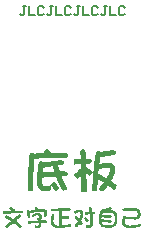
<source format=gto>
G04*
G04 #@! TF.GenerationSoftware,Altium Limited,Altium Designer,22.10.1 (41)*
G04*
G04 Layer_Color=65535*
%FSLAX25Y25*%
%MOIN*%
G70*
G04*
G04 #@! TF.SameCoordinates,250C4105-873D-48B8-9BDC-DF256EB57D7A*
G04*
G04*
G04 #@! TF.FilePolarity,Positive*
G04*
G01*
G75*
%ADD10C,0.00600*%
G36*
X-12054Y-11827D02*
X-12029Y-11836D01*
X-12000Y-11846D01*
X-11960Y-11866D01*
X-11921Y-11891D01*
X-11867Y-11925D01*
X-11813Y-11964D01*
X-11749Y-12014D01*
X-11680Y-12078D01*
X-11606Y-12151D01*
X-11523Y-12240D01*
X-11434Y-12338D01*
X-11341Y-12456D01*
X-11237Y-12589D01*
X-11208D01*
X-11188Y-12584D01*
X-11134D01*
X-11065Y-12579D01*
X-10981Y-12574D01*
X-10883Y-12570D01*
X-10785Y-12565D01*
X-10676Y-12560D01*
X-9997D01*
X-9938Y-12565D01*
X-9874D01*
X-9796Y-12570D01*
X-9712Y-12579D01*
X-9619Y-12589D01*
X-9525Y-12599D01*
X-9422Y-12614D01*
X-9220Y-12658D01*
X-9117Y-12683D01*
X-9018Y-12712D01*
X-8925Y-12752D01*
X-8841Y-12791D01*
X-8836Y-12796D01*
X-8822Y-12806D01*
X-8797Y-12821D01*
X-8767Y-12845D01*
X-8733Y-12879D01*
X-8694Y-12919D01*
X-8649Y-12963D01*
X-8610Y-13017D01*
X-8566Y-13076D01*
X-8521Y-13145D01*
X-8482Y-13219D01*
X-8443Y-13298D01*
X-8413Y-13386D01*
X-8389Y-13485D01*
X-8374Y-13588D01*
X-8364Y-13696D01*
Y-13701D01*
Y-13716D01*
Y-13736D01*
X-8369Y-13765D01*
X-8374Y-13804D01*
X-8379Y-13854D01*
X-8384Y-13908D01*
X-8394Y-13972D01*
X-8408Y-14046D01*
X-8423Y-14124D01*
X-8443Y-14213D01*
X-8462Y-14306D01*
X-8492Y-14410D01*
X-8521Y-14518D01*
X-8556Y-14631D01*
X-8595Y-14754D01*
Y-14759D01*
X-8600Y-14769D01*
X-8605Y-14784D01*
X-8615Y-14803D01*
X-8630Y-14833D01*
X-8644Y-14857D01*
X-8669Y-14887D01*
X-8699Y-14916D01*
X-8733Y-14951D01*
X-8772Y-14980D01*
X-8822Y-15005D01*
X-8876Y-15030D01*
X-8940Y-15054D01*
X-9013Y-15069D01*
X-9097Y-15079D01*
X-9191Y-15084D01*
X-9205D01*
X-9220Y-15079D01*
X-9245D01*
X-9299Y-15064D01*
X-9358Y-15039D01*
X-9392Y-15020D01*
X-9422Y-14995D01*
X-9451Y-14966D01*
X-9476Y-14931D01*
X-9500Y-14887D01*
X-9515Y-14838D01*
X-9525Y-14784D01*
X-9530Y-14720D01*
Y-14715D01*
X-9525Y-14700D01*
X-9515Y-14675D01*
X-9505Y-14646D01*
X-9491Y-14606D01*
X-9476Y-14562D01*
X-9461Y-14508D01*
X-9442Y-14449D01*
X-9427Y-14385D01*
X-9407Y-14316D01*
X-9373Y-14169D01*
X-9343Y-14011D01*
X-9323Y-13844D01*
Y-13839D01*
Y-13824D01*
X-9328Y-13804D01*
X-9338Y-13780D01*
X-9353Y-13745D01*
X-9377Y-13711D01*
X-9407Y-13672D01*
X-9446Y-13632D01*
X-9500Y-13593D01*
X-9565Y-13554D01*
X-9648Y-13519D01*
X-9742Y-13485D01*
X-9855Y-13460D01*
X-9919Y-13450D01*
X-9988Y-13440D01*
X-10061Y-13431D01*
X-10140Y-13426D01*
X-10229Y-13421D01*
X-10406D01*
X-10450Y-13426D01*
X-10509D01*
X-10573Y-13431D01*
X-10647D01*
X-10730Y-13435D01*
X-10824Y-13440D01*
X-10922Y-13450D01*
X-11026Y-13455D01*
X-11139Y-13465D01*
X-11262Y-13475D01*
X-11385Y-13485D01*
X-11518Y-13499D01*
X-11655Y-13509D01*
X-11798Y-13529D01*
X-12093Y-13563D01*
X-12408Y-13608D01*
X-12738Y-13657D01*
X-13077Y-13721D01*
X-13422Y-13790D01*
X-13771Y-13868D01*
X-14120Y-13962D01*
Y-13972D01*
X-14116Y-13991D01*
X-14111Y-14031D01*
X-14106Y-14080D01*
X-14096Y-14144D01*
X-14091Y-14213D01*
X-14076Y-14297D01*
X-14066Y-14390D01*
X-14051Y-14493D01*
X-14037Y-14602D01*
X-14022Y-14715D01*
X-14007Y-14838D01*
X-13973Y-15089D01*
X-13938Y-15349D01*
X-14898Y-15551D01*
Y-15546D01*
X-14903Y-15531D01*
Y-15502D01*
X-14908Y-15467D01*
X-14912Y-15423D01*
X-14917Y-15374D01*
X-14927Y-15315D01*
X-14937Y-15246D01*
X-14942Y-15177D01*
X-14952Y-15098D01*
X-14976Y-14931D01*
X-14996Y-14749D01*
X-15021Y-14552D01*
X-15045Y-14356D01*
X-15065Y-14164D01*
X-15090Y-13972D01*
X-15109Y-13790D01*
X-15119Y-13706D01*
X-15129Y-13627D01*
X-15139Y-13554D01*
X-15149Y-13485D01*
X-15154Y-13421D01*
X-15158Y-13367D01*
X-15163Y-13317D01*
X-15168Y-13278D01*
Y-13273D01*
Y-13258D01*
X-15163Y-13234D01*
X-15158Y-13204D01*
X-15149Y-13170D01*
X-15139Y-13130D01*
X-15109Y-13047D01*
X-15085Y-13002D01*
X-15060Y-12963D01*
X-15026Y-12924D01*
X-14986Y-12884D01*
X-14942Y-12855D01*
X-14888Y-12830D01*
X-14829Y-12816D01*
X-14760Y-12806D01*
X-14726D01*
X-14701Y-12811D01*
X-14671Y-12816D01*
X-14637Y-12821D01*
X-14558Y-12840D01*
X-14480Y-12875D01*
X-14435Y-12899D01*
X-14396Y-12924D01*
X-14357Y-12958D01*
X-14322Y-12998D01*
X-14293Y-13042D01*
X-14268Y-13091D01*
X-14263D01*
X-14258Y-13086D01*
X-14229Y-13081D01*
X-14184Y-13067D01*
X-14120Y-13052D01*
X-14037Y-13032D01*
X-13943Y-13007D01*
X-13835Y-12983D01*
X-13717Y-12958D01*
X-13584Y-12929D01*
X-13441Y-12899D01*
X-13294Y-12865D01*
X-13131Y-12835D01*
X-12964Y-12806D01*
X-12797Y-12776D01*
X-12438Y-12722D01*
Y-12717D01*
X-12443Y-12712D01*
X-12462Y-12683D01*
X-12492Y-12638D01*
X-12521Y-12579D01*
X-12551Y-12515D01*
X-12580Y-12451D01*
X-12600Y-12383D01*
X-12605Y-12324D01*
Y-12319D01*
Y-12304D01*
X-12600Y-12279D01*
X-12590Y-12250D01*
X-12585Y-12210D01*
X-12571Y-12171D01*
X-12551Y-12127D01*
X-12526Y-12083D01*
X-12502Y-12038D01*
X-12462Y-11989D01*
X-12423Y-11950D01*
X-12374Y-11910D01*
X-12315Y-11876D01*
X-12246Y-11851D01*
X-12172Y-11832D01*
X-12083Y-11822D01*
X-12069D01*
X-12054Y-11827D01*
D02*
G37*
G36*
X-20349Y-11891D02*
X-20310Y-11896D01*
X-20266Y-11905D01*
X-20216Y-11915D01*
X-20167Y-11935D01*
X-20118Y-11959D01*
X-20113Y-11964D01*
X-20098Y-11969D01*
X-20074Y-11989D01*
X-20044Y-12009D01*
X-20005Y-12038D01*
X-19955Y-12073D01*
X-19896Y-12117D01*
X-19832Y-12166D01*
X-19759Y-12225D01*
X-19680Y-12289D01*
X-19596Y-12363D01*
X-19503Y-12442D01*
X-19400Y-12530D01*
X-19296Y-12624D01*
X-19183Y-12732D01*
X-19065Y-12845D01*
X-19301Y-13116D01*
X-19227D01*
X-19198Y-13111D01*
X-19021D01*
X-18908Y-13106D01*
X-18775D01*
X-18627Y-13101D01*
X-18465D01*
X-18288Y-13096D01*
X-18101Y-13091D01*
X-17899D01*
X-17692Y-13086D01*
X-17476D01*
X-17249Y-13081D01*
X-16989D01*
X-16959Y-13086D01*
X-16920Y-13091D01*
X-16871Y-13096D01*
X-16817Y-13111D01*
X-16699Y-13140D01*
X-16639Y-13165D01*
X-16580Y-13194D01*
X-16526Y-13229D01*
X-16472Y-13273D01*
X-16433Y-13322D01*
X-16393Y-13376D01*
X-16369Y-13440D01*
X-16359Y-13514D01*
Y-13519D01*
Y-13529D01*
X-16364Y-13549D01*
X-16369Y-13578D01*
X-16388Y-13642D01*
X-16403Y-13677D01*
X-16423Y-13716D01*
X-16448Y-13750D01*
X-16477Y-13790D01*
X-16511Y-13824D01*
X-16556Y-13859D01*
X-16605Y-13888D01*
X-16664Y-13913D01*
X-16733Y-13927D01*
X-16812Y-13937D01*
X-16940D01*
X-17008Y-13942D01*
X-17294D01*
X-17407Y-13947D01*
X-17535D01*
X-17673Y-13952D01*
X-17815D01*
X-17968Y-13957D01*
X-18125Y-13962D01*
X-18293D01*
X-18460Y-13967D01*
X-18814Y-13977D01*
X-19178Y-13986D01*
X-19542Y-13996D01*
X-19911Y-14006D01*
X-20270Y-14016D01*
X-20443Y-14026D01*
X-20610Y-14031D01*
X-20777Y-14036D01*
X-20935Y-14046D01*
X-21087Y-14051D01*
X-21230Y-14060D01*
X-21254D01*
X-21269Y-14065D01*
X-21318D01*
X-21387Y-14070D01*
X-21471Y-14075D01*
X-21569Y-14085D01*
X-21678Y-14090D01*
X-21796Y-14095D01*
X-21928Y-14105D01*
X-22066Y-14109D01*
X-22214Y-14119D01*
X-22366Y-14124D01*
X-22681Y-14134D01*
X-23001Y-14144D01*
Y-13283D01*
X-22976D01*
X-22957Y-13278D01*
X-22932D01*
X-22903Y-13273D01*
X-22868D01*
X-22824Y-13268D01*
X-22780Y-13263D01*
X-22726D01*
X-22671Y-13258D01*
X-22612Y-13253D01*
X-22543Y-13249D01*
X-22475Y-13244D01*
X-22317Y-13234D01*
X-22140Y-13224D01*
X-21948Y-13214D01*
X-21737Y-13199D01*
X-21505Y-13190D01*
X-21259Y-13180D01*
X-20999Y-13165D01*
X-20718Y-13155D01*
X-20423Y-13145D01*
X-20433Y-13140D01*
X-20457Y-13121D01*
X-20497Y-13091D01*
X-20546Y-13052D01*
X-20605Y-13002D01*
X-20669Y-12953D01*
X-20802Y-12835D01*
Y-12830D01*
X-20812Y-12821D01*
X-20821Y-12806D01*
X-20831Y-12791D01*
X-20866Y-12737D01*
X-20900Y-12673D01*
X-20935Y-12604D01*
X-20969Y-12530D01*
X-20989Y-12456D01*
X-20999Y-12392D01*
Y-12387D01*
X-20994Y-12373D01*
Y-12348D01*
X-20984Y-12319D01*
X-20974Y-12279D01*
X-20959Y-12240D01*
X-20940Y-12196D01*
X-20915Y-12151D01*
X-20880Y-12102D01*
X-20841Y-12058D01*
X-20792Y-12019D01*
X-20738Y-11979D01*
X-20669Y-11945D01*
X-20595Y-11915D01*
X-20507Y-11896D01*
X-20408Y-11886D01*
X-20379D01*
X-20349Y-11891D01*
D02*
G37*
G36*
X20580Y-12166D02*
X20659Y-12171D01*
X20753Y-12176D01*
X20866Y-12191D01*
X20989Y-12206D01*
X21122Y-12225D01*
X21259Y-12255D01*
X21402Y-12289D01*
X21545Y-12329D01*
X21687Y-12378D01*
X21825Y-12437D01*
X21958Y-12506D01*
X22081Y-12584D01*
X22194Y-12678D01*
X22199Y-12683D01*
X22219Y-12697D01*
X22243Y-12727D01*
X22278Y-12766D01*
X22317Y-12816D01*
X22361Y-12879D01*
X22411Y-12948D01*
X22460Y-13037D01*
X22509Y-13135D01*
X22558Y-13244D01*
X22603Y-13367D01*
X22642Y-13499D01*
X22676Y-13652D01*
X22701Y-13809D01*
X22721Y-13986D01*
X22726Y-14174D01*
Y-14178D01*
Y-14183D01*
Y-14198D01*
Y-14218D01*
Y-14267D01*
X22721Y-14336D01*
X22716Y-14415D01*
X22706Y-14508D01*
X22691Y-14611D01*
X22676Y-14720D01*
X22657Y-14833D01*
X22632Y-14951D01*
X22598Y-15069D01*
X22558Y-15182D01*
X22514Y-15290D01*
X22460Y-15389D01*
X22401Y-15482D01*
X22332Y-15561D01*
X22327Y-15566D01*
X22307Y-15581D01*
X22278Y-15605D01*
X22233Y-15635D01*
X22179Y-15669D01*
X22115Y-15709D01*
X22042Y-15753D01*
X21958Y-15797D01*
X21865Y-15841D01*
X21766Y-15886D01*
X21658Y-15925D01*
X21540Y-15959D01*
X21417Y-15989D01*
X21284Y-16014D01*
X21146Y-16028D01*
X21003Y-16033D01*
X20753D01*
X20679Y-16028D01*
X20418D01*
X20320Y-16023D01*
X20211D01*
X20098Y-16018D01*
X19980D01*
X19857Y-16014D01*
X19596Y-16004D01*
X19326Y-15994D01*
X19040Y-15984D01*
X18745Y-15969D01*
X18155Y-15930D01*
X17860Y-15905D01*
X17569Y-15881D01*
Y-15886D01*
X17564Y-15910D01*
X17560Y-15940D01*
X17555Y-15984D01*
X17545Y-16038D01*
X17535Y-16097D01*
X17525Y-16166D01*
X17520Y-16240D01*
X17500Y-16397D01*
X17481Y-16560D01*
X17471Y-16717D01*
X17466Y-16796D01*
Y-16865D01*
Y-16870D01*
Y-16889D01*
X17471Y-16924D01*
Y-16963D01*
X17481Y-17012D01*
X17491Y-17071D01*
X17505Y-17135D01*
X17525Y-17204D01*
X17545Y-17273D01*
X17574Y-17347D01*
X17614Y-17421D01*
X17658Y-17494D01*
X17707Y-17568D01*
X17771Y-17632D01*
X17840Y-17696D01*
X17919Y-17750D01*
X17924Y-17755D01*
X17938Y-17760D01*
X17963Y-17775D01*
X18002Y-17795D01*
X18047Y-17814D01*
X18106Y-17839D01*
X18174Y-17868D01*
X18253Y-17893D01*
X18347Y-17918D01*
X18450Y-17947D01*
X18563Y-17972D01*
X18691Y-17991D01*
X18829Y-18011D01*
X18981Y-18021D01*
X19149Y-18031D01*
X19326Y-18036D01*
X19400D01*
X19439Y-18031D01*
X19488D01*
X19547Y-18026D01*
X19611D01*
X19680Y-18021D01*
X19764Y-18016D01*
X19847Y-18006D01*
X19946Y-18001D01*
X20044Y-17991D01*
X20152Y-17977D01*
X20266Y-17962D01*
X20389Y-17947D01*
X20516Y-17932D01*
X20649Y-17913D01*
X20787Y-17888D01*
X20930Y-17868D01*
X21077Y-17839D01*
X21235Y-17809D01*
X21554Y-17740D01*
X21894Y-17662D01*
X22248Y-17573D01*
X22617Y-17465D01*
X23001Y-17342D01*
Y-18218D01*
X22996D01*
X22981Y-18228D01*
X22952Y-18233D01*
X22917Y-18247D01*
X22873Y-18262D01*
X22814Y-18282D01*
X22750Y-18301D01*
X22681Y-18321D01*
X22603Y-18346D01*
X22514Y-18375D01*
X22415Y-18400D01*
X22317Y-18429D01*
X22209Y-18459D01*
X22096Y-18493D01*
X21973Y-18523D01*
X21850Y-18552D01*
X21717Y-18587D01*
X21584Y-18616D01*
X21304Y-18680D01*
X21008Y-18734D01*
X20703Y-18788D01*
X20389Y-18828D01*
X20069Y-18862D01*
X19754Y-18882D01*
X19434Y-18892D01*
X19006D01*
X18976Y-18887D01*
X18908D01*
X18819Y-18877D01*
X18716Y-18872D01*
X18602Y-18857D01*
X18480Y-18843D01*
X18347Y-18818D01*
X18204Y-18793D01*
X18061Y-18759D01*
X17914Y-18720D01*
X17766Y-18670D01*
X17618Y-18616D01*
X17476Y-18557D01*
X17338Y-18483D01*
X17328Y-18478D01*
X17304Y-18459D01*
X17264Y-18429D01*
X17215Y-18390D01*
X17156Y-18341D01*
X17087Y-18277D01*
X17018Y-18203D01*
X16944Y-18119D01*
X16871Y-18021D01*
X16797Y-17918D01*
X16728Y-17799D01*
X16669Y-17672D01*
X16620Y-17529D01*
X16580Y-17381D01*
X16556Y-17224D01*
X16546Y-17052D01*
Y-17047D01*
Y-17042D01*
Y-17012D01*
Y-16968D01*
X16551Y-16904D01*
Y-16825D01*
X16561Y-16727D01*
X16566Y-16619D01*
X16576Y-16496D01*
X16585Y-16358D01*
X16605Y-16210D01*
X16620Y-16053D01*
X16644Y-15886D01*
X16669Y-15709D01*
X16703Y-15522D01*
X16738Y-15330D01*
X16777Y-15128D01*
Y-15123D01*
X16782Y-15108D01*
X16787Y-15089D01*
X16797Y-15064D01*
X16826Y-15000D01*
X16876Y-14926D01*
X16905Y-14887D01*
X16940Y-14852D01*
X16979Y-14818D01*
X17023Y-14784D01*
X17072Y-14759D01*
X17127Y-14734D01*
X17190Y-14720D01*
X17259Y-14715D01*
X17274D01*
X17294Y-14720D01*
X17318D01*
X17377Y-14734D01*
X17451Y-14759D01*
X17525Y-14793D01*
X17560Y-14818D01*
X17594Y-14848D01*
X17623Y-14882D01*
X17648Y-14921D01*
X17668Y-14970D01*
X17683Y-15020D01*
X17702D01*
X17722Y-15025D01*
X17751D01*
X17791Y-15030D01*
X17835Y-15034D01*
X17889Y-15039D01*
X17948Y-15044D01*
X18017Y-15049D01*
X18091Y-15054D01*
X18170Y-15059D01*
X18253Y-15069D01*
X18347Y-15074D01*
X18440Y-15084D01*
X18647Y-15093D01*
X18873Y-15108D01*
X19109Y-15123D01*
X19360Y-15138D01*
X19616Y-15148D01*
X19882Y-15157D01*
X20152Y-15167D01*
X20698Y-15172D01*
X20748D01*
X20787Y-15167D01*
X20826Y-15162D01*
X20880Y-15157D01*
X20935Y-15153D01*
X20994Y-15143D01*
X21126Y-15113D01*
X21259Y-15064D01*
X21328Y-15039D01*
X21392Y-15005D01*
X21451Y-14966D01*
X21510Y-14921D01*
X21520Y-14911D01*
X21530Y-14902D01*
X21540Y-14882D01*
X21559Y-14857D01*
X21574Y-14833D01*
X21594Y-14798D01*
X21614Y-14754D01*
X21628Y-14710D01*
X21648Y-14656D01*
X21668Y-14592D01*
X21682Y-14523D01*
X21692Y-14449D01*
X21702Y-14365D01*
X21712Y-14272D01*
Y-14174D01*
Y-14169D01*
Y-14149D01*
Y-14114D01*
X21707Y-14075D01*
Y-14026D01*
X21702Y-13972D01*
X21692Y-13908D01*
X21682Y-13844D01*
X21658Y-13701D01*
X21619Y-13563D01*
X21589Y-13495D01*
X21559Y-13431D01*
X21525Y-13372D01*
X21486Y-13322D01*
X21481Y-13317D01*
X21471Y-13308D01*
X21451Y-13293D01*
X21422Y-13273D01*
X21382Y-13253D01*
X21338Y-13229D01*
X21279Y-13199D01*
X21215Y-13170D01*
X21136Y-13145D01*
X21048Y-13116D01*
X20949Y-13091D01*
X20841Y-13067D01*
X20718Y-13052D01*
X20585Y-13037D01*
X20438Y-13027D01*
X20275Y-13022D01*
X20192D01*
X20147Y-13027D01*
X20034D01*
X19960Y-13032D01*
X19882Y-13037D01*
X19798D01*
X19705Y-13042D01*
X19606Y-13047D01*
X19498Y-13052D01*
X19390Y-13057D01*
X19272Y-13067D01*
X19149Y-13071D01*
X18888Y-13086D01*
X18612Y-13106D01*
X18322Y-13130D01*
X18017Y-13155D01*
X17712Y-13185D01*
X17397Y-13219D01*
X16767Y-13298D01*
X16639Y-12437D01*
X16644D01*
X16659Y-12432D01*
X16684D01*
X16723Y-12427D01*
X16767Y-12417D01*
X16817Y-12412D01*
X16881Y-12402D01*
X16954Y-12392D01*
X17033Y-12383D01*
X17117Y-12373D01*
X17215Y-12363D01*
X17313Y-12348D01*
X17422Y-12338D01*
X17540Y-12324D01*
X17663Y-12314D01*
X17791Y-12299D01*
X17929Y-12284D01*
X18066Y-12274D01*
X18214Y-12260D01*
X18361Y-12250D01*
X18681Y-12225D01*
X19011Y-12206D01*
X19360Y-12186D01*
X19719Y-12171D01*
X20088Y-12166D01*
X20467Y-12161D01*
X20546D01*
X20580Y-12166D01*
D02*
G37*
G36*
X-11577Y-13888D02*
X-11518Y-13893D01*
X-11449Y-13898D01*
X-11375Y-13908D01*
X-11291Y-13918D01*
X-11208Y-13932D01*
X-11114Y-13952D01*
X-11021Y-13977D01*
X-10932Y-14006D01*
X-10839Y-14041D01*
X-10745Y-14075D01*
X-10662Y-14124D01*
X-10578Y-14174D01*
X-10573Y-14178D01*
X-10558Y-14188D01*
X-10534Y-14208D01*
X-10499Y-14237D01*
X-10465Y-14272D01*
X-10425Y-14316D01*
X-10381Y-14370D01*
X-10332Y-14424D01*
X-10288Y-14493D01*
X-10243Y-14567D01*
X-10204Y-14646D01*
X-10165Y-14734D01*
X-10135Y-14828D01*
X-10111Y-14931D01*
X-10096Y-15039D01*
X-10091Y-15153D01*
Y-15157D01*
Y-15172D01*
X-10096Y-15197D01*
Y-15231D01*
X-10106Y-15271D01*
X-10115Y-15320D01*
X-10125Y-15379D01*
X-10145Y-15443D01*
X-10165Y-15512D01*
X-10189Y-15586D01*
X-10224Y-15664D01*
X-10263Y-15748D01*
X-10307Y-15832D01*
X-10357Y-15920D01*
X-10416Y-16014D01*
X-10485Y-16107D01*
X-10489Y-16112D01*
X-10494Y-16122D01*
X-10509Y-16141D01*
X-10524Y-16161D01*
X-10568Y-16215D01*
X-10622Y-16264D01*
X-10617Y-16269D01*
X-10612Y-16289D01*
X-10603Y-16309D01*
X-10593Y-16333D01*
X-10519D01*
X-10465Y-16328D01*
X-10229D01*
X-10125Y-16323D01*
X-9894D01*
X-9766Y-16319D01*
X-9496D01*
X-9353Y-16314D01*
X-9023D01*
X-8994Y-16319D01*
X-8954Y-16323D01*
X-8905Y-16328D01*
X-8851Y-16338D01*
X-8733Y-16373D01*
X-8674Y-16397D01*
X-8615Y-16427D01*
X-8561Y-16461D01*
X-8507Y-16501D01*
X-8467Y-16550D01*
X-8428Y-16604D01*
X-8403Y-16668D01*
X-8394Y-16742D01*
Y-16747D01*
Y-16757D01*
X-8398Y-16776D01*
X-8403Y-16806D01*
X-8423Y-16870D01*
X-8438Y-16904D01*
X-8457Y-16943D01*
X-8482Y-16983D01*
X-8512Y-17022D01*
X-8546Y-17057D01*
X-8590Y-17091D01*
X-8640Y-17121D01*
X-8699Y-17145D01*
X-8767Y-17165D01*
X-8846Y-17175D01*
X-9141D01*
X-9235Y-17180D01*
X-9569D01*
X-9697Y-17185D01*
X-9825D01*
X-10086Y-17189D01*
X-10347Y-17194D01*
Y-17204D01*
X-10342Y-17229D01*
X-10337Y-17268D01*
X-10332Y-17322D01*
Y-17381D01*
X-10327Y-17450D01*
X-10322Y-17524D01*
Y-17603D01*
Y-17613D01*
Y-17632D01*
Y-17667D01*
X-10327Y-17711D01*
X-10332Y-17770D01*
X-10337Y-17834D01*
X-10347Y-17903D01*
X-10357Y-17982D01*
X-10396Y-18139D01*
X-10416Y-18223D01*
X-10445Y-18301D01*
X-10480Y-18380D01*
X-10519Y-18454D01*
X-10563Y-18523D01*
X-10617Y-18582D01*
X-10622Y-18587D01*
X-10632Y-18597D01*
X-10657Y-18616D01*
X-10686Y-18641D01*
X-10721Y-18665D01*
X-10765Y-18700D01*
X-10814Y-18729D01*
X-10873Y-18764D01*
X-10937Y-18798D01*
X-11011Y-18833D01*
X-11090Y-18867D01*
X-11173Y-18892D01*
X-11262Y-18916D01*
X-11355Y-18936D01*
X-11459Y-18946D01*
X-11562Y-18951D01*
X-11611D01*
X-11646Y-18946D01*
X-11685D01*
X-11734Y-18941D01*
X-11788Y-18936D01*
X-11847Y-18926D01*
X-11970Y-18906D01*
X-12103Y-18872D01*
X-12236Y-18828D01*
X-12359Y-18769D01*
X-12453Y-17913D01*
X-12448D01*
X-12433Y-17922D01*
X-12408Y-17927D01*
X-12379Y-17942D01*
X-12344Y-17957D01*
X-12300Y-17972D01*
X-12251Y-17987D01*
X-12197Y-18001D01*
X-12083Y-18036D01*
X-11960Y-18065D01*
X-11833Y-18085D01*
X-11715Y-18095D01*
X-11675D01*
X-11631Y-18090D01*
X-11582Y-18080D01*
X-11523Y-18065D01*
X-11459Y-18041D01*
X-11400Y-18011D01*
X-11345Y-17972D01*
X-11341Y-17967D01*
X-11321Y-17947D01*
X-11296Y-17918D01*
X-11262Y-17873D01*
X-11232Y-17814D01*
X-11208Y-17745D01*
X-11188Y-17662D01*
X-11183Y-17558D01*
Y-17549D01*
Y-17529D01*
Y-17490D01*
X-11188Y-17445D01*
Y-17391D01*
X-11193Y-17337D01*
X-11213Y-17219D01*
X-11267D01*
X-11296Y-17224D01*
X-11410D01*
X-11513Y-17229D01*
X-11631Y-17234D01*
X-11764Y-17239D01*
X-11906Y-17244D01*
X-12059Y-17253D01*
X-12216Y-17258D01*
X-12546Y-17273D01*
X-12713Y-17283D01*
X-12876Y-17293D01*
X-13033Y-17303D01*
X-13181Y-17312D01*
X-13205D01*
X-13220Y-17317D01*
X-13269D01*
X-13333Y-17322D01*
X-13417Y-17327D01*
X-13510Y-17337D01*
X-13619Y-17342D01*
X-13737Y-17352D01*
X-13865Y-17357D01*
X-13997Y-17367D01*
X-14140Y-17371D01*
X-14293Y-17381D01*
X-14598Y-17396D01*
X-14912Y-17406D01*
Y-16545D01*
X-14898D01*
X-14883Y-16540D01*
X-14858D01*
X-14829Y-16535D01*
X-14789D01*
X-14745Y-16530D01*
X-14696Y-16525D01*
X-14637Y-16520D01*
X-14573Y-16515D01*
X-14504Y-16511D01*
X-14430Y-16501D01*
X-14347Y-16496D01*
X-14258Y-16491D01*
X-14160Y-16481D01*
X-14056Y-16476D01*
X-13948Y-16466D01*
X-13835Y-16461D01*
X-13712Y-16451D01*
X-13589Y-16446D01*
X-13451Y-16437D01*
X-13314Y-16432D01*
X-13171Y-16422D01*
X-13018Y-16412D01*
X-12861Y-16407D01*
X-12698Y-16397D01*
X-12526Y-16392D01*
X-12349Y-16383D01*
X-12172Y-16378D01*
X-11985Y-16373D01*
X-11788Y-16363D01*
X-11592Y-16358D01*
Y-16353D01*
X-11596Y-16348D01*
X-11616Y-16319D01*
X-11646Y-16279D01*
X-11675Y-16235D01*
X-11680Y-16225D01*
X-11695Y-16205D01*
X-11715Y-16166D01*
X-11739Y-16122D01*
X-11764Y-16063D01*
X-11783Y-15999D01*
X-11798Y-15925D01*
X-11808Y-15851D01*
Y-15846D01*
X-11803Y-15836D01*
Y-15817D01*
X-11793Y-15792D01*
X-11774Y-15733D01*
X-11739Y-15664D01*
X-11715Y-15630D01*
X-11685Y-15595D01*
X-11651Y-15561D01*
X-11606Y-15531D01*
X-11557Y-15502D01*
X-11503Y-15482D01*
X-11439Y-15462D01*
X-11370Y-15453D01*
X-11341D01*
X-11311Y-15458D01*
X-11277Y-15467D01*
X-11232Y-15477D01*
X-11188Y-15492D01*
X-11144Y-15512D01*
X-11100Y-15541D01*
Y-15536D01*
X-11095Y-15531D01*
X-11080Y-15502D01*
X-11065Y-15458D01*
X-11040Y-15408D01*
X-11021Y-15354D01*
X-11006Y-15300D01*
X-10991Y-15256D01*
X-10986Y-15221D01*
Y-15216D01*
Y-15197D01*
X-10991Y-15167D01*
X-11001Y-15133D01*
X-11011Y-15089D01*
X-11031Y-15039D01*
X-11055Y-14990D01*
X-11090Y-14936D01*
X-11134Y-14882D01*
X-11188Y-14833D01*
X-11257Y-14784D01*
X-11336Y-14739D01*
X-11429Y-14705D01*
X-11542Y-14675D01*
X-11665Y-14656D01*
X-11813Y-14651D01*
X-11838D01*
X-11867Y-14656D01*
X-11906Y-14661D01*
X-11960Y-14670D01*
X-12029Y-14685D01*
X-12108Y-14705D01*
X-12197Y-14729D01*
X-12305Y-14764D01*
X-12423Y-14803D01*
X-12556Y-14857D01*
X-12703Y-14916D01*
X-12861Y-14990D01*
X-13033Y-15074D01*
X-13225Y-15167D01*
X-13427Y-15281D01*
X-13545Y-14498D01*
X-13540D01*
X-13535Y-14493D01*
X-13520Y-14483D01*
X-13500Y-14474D01*
X-13476Y-14459D01*
X-13446Y-14444D01*
X-13377Y-14410D01*
X-13289Y-14365D01*
X-13186Y-14316D01*
X-13068Y-14262D01*
X-12940Y-14203D01*
X-12802Y-14149D01*
X-12654Y-14095D01*
X-12502Y-14046D01*
X-12339Y-13996D01*
X-12177Y-13952D01*
X-12015Y-13923D01*
X-11852Y-13898D01*
X-11690Y-13883D01*
X-11621D01*
X-11577Y-13888D01*
D02*
G37*
G36*
X2391Y-12717D02*
X2435Y-12722D01*
X2489Y-12732D01*
X2549Y-12742D01*
X2617Y-12761D01*
X2686Y-12781D01*
X2760Y-12806D01*
X2839Y-12835D01*
X2913Y-12870D01*
X2991Y-12914D01*
X3070Y-12968D01*
X3144Y-13022D01*
X3213Y-13091D01*
X3218Y-13096D01*
X3232Y-13111D01*
X3252Y-13140D01*
X3277Y-13175D01*
X3311Y-13219D01*
X3346Y-13268D01*
X3385Y-13332D01*
X3424Y-13396D01*
X3459Y-13470D01*
X3498Y-13544D01*
X3567Y-13716D01*
X3592Y-13804D01*
X3611Y-13893D01*
X3626Y-13991D01*
X3631Y-14085D01*
Y-14297D01*
Y-14301D01*
Y-14326D01*
X3626Y-14356D01*
Y-14405D01*
X3616Y-14464D01*
X3606Y-14533D01*
X3592Y-14616D01*
X3577Y-14710D01*
X3552Y-14818D01*
X3523Y-14936D01*
X3483Y-15059D01*
X3439Y-15197D01*
X3390Y-15344D01*
X3326Y-15497D01*
X3257Y-15664D01*
X3178Y-15836D01*
Y-15841D01*
X3173Y-15846D01*
X3164Y-15861D01*
X3154Y-15881D01*
X3124Y-15935D01*
X3090Y-16004D01*
X3046Y-16082D01*
X2996Y-16171D01*
X2893Y-16358D01*
X2898Y-16363D01*
X2908Y-16378D01*
X2927Y-16402D01*
X2952Y-16432D01*
X2986Y-16476D01*
X3026Y-16520D01*
X3070Y-16574D01*
X3114Y-16638D01*
X3168Y-16707D01*
X3227Y-16776D01*
X3346Y-16939D01*
X3478Y-17111D01*
X3616Y-17298D01*
X2868Y-17942D01*
X2863Y-17937D01*
X2854Y-17922D01*
X2839Y-17903D01*
X2819Y-17873D01*
X2795Y-17839D01*
X2765Y-17795D01*
X2736Y-17750D01*
X2701Y-17701D01*
X2622Y-17588D01*
X2539Y-17475D01*
X2455Y-17357D01*
X2371Y-17244D01*
X2366Y-17248D01*
X2352Y-17273D01*
X2332Y-17308D01*
X2298Y-17352D01*
X2263Y-17411D01*
X2219Y-17480D01*
X2165Y-17553D01*
X2111Y-17637D01*
X2052Y-17721D01*
X1983Y-17814D01*
X1845Y-18011D01*
X1692Y-18208D01*
X1540Y-18400D01*
X1530Y-18410D01*
X1505Y-18429D01*
X1471Y-18459D01*
X1422Y-18488D01*
X1363Y-18523D01*
X1299Y-18552D01*
X1230Y-18572D01*
X1156Y-18582D01*
X1137D01*
X1117Y-18577D01*
X1092D01*
X1058Y-18567D01*
X1023Y-18557D01*
X984Y-18542D01*
X945Y-18528D01*
X905Y-18503D01*
X866Y-18474D01*
X831Y-18434D01*
X797Y-18395D01*
X772Y-18341D01*
X753Y-18282D01*
X738Y-18213D01*
X733Y-18134D01*
Y-18124D01*
X738Y-18100D01*
X743Y-18055D01*
X758Y-18001D01*
X777Y-17942D01*
X812Y-17868D01*
X856Y-17790D01*
X915Y-17711D01*
X920Y-17706D01*
X935Y-17681D01*
X964Y-17647D01*
X999Y-17603D01*
X1043Y-17549D01*
X1092Y-17480D01*
X1146Y-17406D01*
X1205Y-17322D01*
X1274Y-17234D01*
X1343Y-17135D01*
X1486Y-16934D01*
X1633Y-16717D01*
X1776Y-16496D01*
X1771Y-16491D01*
X1761Y-16481D01*
X1742Y-16461D01*
X1717Y-16432D01*
X1688Y-16397D01*
X1648Y-16358D01*
X1604Y-16314D01*
X1555Y-16260D01*
X1496Y-16205D01*
X1437Y-16141D01*
X1368Y-16073D01*
X1294Y-16004D01*
X1215Y-15930D01*
X1132Y-15851D01*
X955Y-15684D01*
X950D01*
X945Y-15674D01*
X920Y-15650D01*
X881Y-15610D01*
X836Y-15561D01*
X792Y-15497D01*
X753Y-15423D01*
X723Y-15339D01*
X713Y-15295D01*
X709Y-15251D01*
Y-15246D01*
Y-15231D01*
X713Y-15207D01*
X718Y-15182D01*
X728Y-15143D01*
X738Y-15108D01*
X758Y-15064D01*
X777Y-15020D01*
X802Y-14975D01*
X836Y-14936D01*
X876Y-14897D01*
X920Y-14857D01*
X974Y-14828D01*
X1033Y-14803D01*
X1107Y-14784D01*
X1186Y-14774D01*
X1196D01*
X1215Y-14779D01*
X1250Y-14784D01*
X1294Y-14793D01*
X1353Y-14818D01*
X1422Y-14848D01*
X1496Y-14892D01*
X1579Y-14951D01*
X1584Y-14956D01*
X1594Y-14966D01*
X1614Y-14980D01*
X1638Y-15000D01*
X1668Y-15025D01*
X1702Y-15059D01*
X1742Y-15098D01*
X1791Y-15138D01*
X1894Y-15241D01*
X2007Y-15354D01*
X2135Y-15487D01*
X2268Y-15635D01*
Y-15630D01*
X2273Y-15625D01*
X2288Y-15590D01*
X2307Y-15551D01*
X2332Y-15507D01*
X2337Y-15497D01*
X2347Y-15472D01*
X2366Y-15438D01*
X2391Y-15389D01*
X2421Y-15325D01*
X2450Y-15256D01*
X2485Y-15177D01*
X2519Y-15089D01*
X2554Y-15000D01*
X2588Y-14907D01*
X2647Y-14715D01*
X2672Y-14616D01*
X2691Y-14523D01*
X2701Y-14434D01*
X2706Y-14351D01*
Y-14346D01*
Y-14336D01*
Y-14316D01*
Y-14292D01*
X2701Y-14257D01*
Y-14223D01*
X2691Y-14144D01*
X2672Y-14051D01*
X2647Y-13957D01*
X2613Y-13868D01*
X2568Y-13790D01*
Y-13785D01*
X2563Y-13780D01*
X2539Y-13755D01*
X2509Y-13721D01*
X2465Y-13681D01*
X2411Y-13642D01*
X2352Y-13608D01*
X2283Y-13583D01*
X2248Y-13573D01*
X2209D01*
X2184Y-13578D01*
X2150Y-13588D01*
X2101Y-13598D01*
X2042Y-13613D01*
X1973Y-13632D01*
X1889Y-13662D01*
X1801Y-13691D01*
X1702Y-13731D01*
X1599Y-13775D01*
X1491Y-13829D01*
X1373Y-13893D01*
X1255Y-13962D01*
X1132Y-14036D01*
X1004Y-14124D01*
X876Y-14223D01*
X679Y-13347D01*
X689Y-13342D01*
X713Y-13322D01*
X753Y-13293D01*
X807Y-13258D01*
X876Y-13214D01*
X955Y-13165D01*
X1048Y-13116D01*
X1151Y-13057D01*
X1269Y-13002D01*
X1392Y-12948D01*
X1525Y-12894D01*
X1668Y-12845D01*
X1815Y-12801D01*
X1973Y-12761D01*
X2130Y-12732D01*
X2298Y-12712D01*
X2352D01*
X2391Y-12717D01*
D02*
G37*
G36*
X-17589Y-14351D02*
X-17564Y-14356D01*
X-17500Y-14380D01*
X-17422Y-14415D01*
X-17382Y-14439D01*
X-17343Y-14469D01*
X-17309Y-14503D01*
X-17274Y-14547D01*
X-17245Y-14597D01*
X-17220Y-14651D01*
X-17205Y-14715D01*
X-17195Y-14784D01*
Y-14793D01*
X-17200Y-14823D01*
X-17210Y-14867D01*
X-17225Y-14926D01*
X-17249Y-14995D01*
X-17284Y-15074D01*
X-17333Y-15162D01*
X-17397Y-15251D01*
X-17407Y-15256D01*
X-17432Y-15276D01*
X-17471Y-15310D01*
X-17520Y-15354D01*
X-17589Y-15408D01*
X-17668Y-15472D01*
X-17756Y-15541D01*
X-17855Y-15625D01*
X-17963Y-15713D01*
X-18076Y-15807D01*
X-18199Y-15905D01*
X-18327Y-16014D01*
X-18598Y-16235D01*
X-18878Y-16466D01*
X-18873D01*
X-18863Y-16476D01*
X-18848Y-16486D01*
X-18829Y-16501D01*
X-18804Y-16520D01*
X-18770Y-16545D01*
X-18735Y-16574D01*
X-18691Y-16609D01*
X-18593Y-16683D01*
X-18480Y-16771D01*
X-18347Y-16875D01*
X-18199Y-16993D01*
X-18037Y-17121D01*
X-17860Y-17263D01*
X-17678Y-17411D01*
X-17481Y-17573D01*
X-17279Y-17740D01*
X-17067Y-17918D01*
X-16851Y-18100D01*
X-16635Y-18292D01*
X-17382Y-18936D01*
X-17387Y-18931D01*
X-17397Y-18921D01*
X-17417Y-18906D01*
X-17446Y-18882D01*
X-17481Y-18852D01*
X-17525Y-18818D01*
X-17569Y-18779D01*
X-17623Y-18734D01*
X-17683Y-18685D01*
X-17746Y-18631D01*
X-17889Y-18518D01*
X-18047Y-18385D01*
X-18219Y-18247D01*
X-18396Y-18105D01*
X-18583Y-17952D01*
X-18967Y-17652D01*
X-19154Y-17509D01*
X-19336Y-17371D01*
X-19508Y-17244D01*
X-19670Y-17126D01*
X-19675Y-17130D01*
X-19685Y-17135D01*
X-19700Y-17150D01*
X-19719Y-17165D01*
X-19749Y-17189D01*
X-19778Y-17214D01*
X-19818Y-17248D01*
X-19862Y-17283D01*
X-19960Y-17367D01*
X-20078Y-17465D01*
X-20211Y-17578D01*
X-20364Y-17701D01*
X-20526Y-17839D01*
X-20698Y-17987D01*
X-20880Y-18139D01*
X-21077Y-18301D01*
X-21274Y-18469D01*
X-21481Y-18646D01*
X-21899Y-19000D01*
X-22647Y-18385D01*
X-22642Y-18380D01*
X-22637Y-18375D01*
X-22622Y-18360D01*
X-22603Y-18341D01*
X-22573Y-18316D01*
X-22543Y-18287D01*
X-22470Y-18218D01*
X-22376Y-18129D01*
X-22268Y-18026D01*
X-22140Y-17908D01*
X-22002Y-17780D01*
X-21855Y-17642D01*
X-21692Y-17494D01*
X-21525Y-17342D01*
X-21348Y-17180D01*
X-21166Y-17017D01*
X-20979Y-16850D01*
X-20600Y-16520D01*
X-20610Y-16515D01*
X-20635Y-16501D01*
X-20674Y-16476D01*
X-20728Y-16446D01*
X-20792Y-16407D01*
X-20876Y-16358D01*
X-20969Y-16304D01*
X-21077Y-16245D01*
X-21195Y-16181D01*
X-21323Y-16107D01*
X-21466Y-16028D01*
X-21614Y-15950D01*
X-21771Y-15866D01*
X-21938Y-15777D01*
X-22110Y-15684D01*
X-22293Y-15590D01*
X-22297D01*
X-22302Y-15581D01*
X-22327Y-15556D01*
X-22366Y-15517D01*
X-22411Y-15467D01*
X-22455Y-15404D01*
X-22494Y-15330D01*
X-22524Y-15246D01*
X-22534Y-15202D01*
X-22538Y-15157D01*
Y-15153D01*
Y-15138D01*
X-22534Y-15113D01*
X-22529Y-15089D01*
X-22519Y-15049D01*
X-22509Y-15015D01*
X-22489Y-14970D01*
X-22470Y-14926D01*
X-22445Y-14882D01*
X-22411Y-14843D01*
X-22371Y-14803D01*
X-22327Y-14764D01*
X-22273Y-14734D01*
X-22214Y-14710D01*
X-22140Y-14690D01*
X-22061Y-14680D01*
X-22027D01*
X-21997Y-14685D01*
X-21963Y-14690D01*
X-21919Y-14695D01*
X-21874Y-14700D01*
X-21820Y-14710D01*
X-21756Y-14725D01*
X-21692Y-14744D01*
X-21619Y-14764D01*
X-21545Y-14788D01*
X-21461Y-14818D01*
X-21377Y-14852D01*
X-21289Y-14892D01*
X-21195Y-14936D01*
X-21185Y-14941D01*
X-21166Y-14951D01*
X-21126Y-14975D01*
X-21077Y-15005D01*
X-21013Y-15039D01*
X-20940Y-15084D01*
X-20856Y-15133D01*
X-20762Y-15187D01*
X-20659Y-15251D01*
X-20546Y-15320D01*
X-20428Y-15394D01*
X-20300Y-15472D01*
X-20172Y-15556D01*
X-20034Y-15640D01*
X-19754Y-15827D01*
X-19744Y-15817D01*
X-19714Y-15797D01*
X-19670Y-15763D01*
X-19611Y-15713D01*
X-19537Y-15654D01*
X-19449Y-15581D01*
X-19350Y-15502D01*
X-19242Y-15418D01*
X-19124Y-15325D01*
X-18996Y-15221D01*
X-18858Y-15118D01*
X-18716Y-15010D01*
X-18425Y-14788D01*
X-18120Y-14567D01*
X-18115Y-14562D01*
X-18111Y-14557D01*
X-18096Y-14547D01*
X-18076Y-14533D01*
X-18032Y-14498D01*
X-17968Y-14454D01*
X-17894Y-14415D01*
X-17810Y-14380D01*
X-17722Y-14356D01*
X-17673Y-14346D01*
X-17609D01*
X-17589Y-14351D01*
D02*
G37*
G36*
X4364Y-15241D02*
X4408Y-15251D01*
X4472Y-15266D01*
X4541Y-15295D01*
X4620Y-15339D01*
X4659Y-15369D01*
X4699Y-15399D01*
X4743Y-15438D01*
X4782Y-15482D01*
X4787Y-15487D01*
X4797Y-15492D01*
X4812Y-15512D01*
X4831Y-15531D01*
X4861Y-15566D01*
X4895Y-15600D01*
X4935Y-15650D01*
X4979Y-15699D01*
X5028Y-15763D01*
X5082Y-15836D01*
X5141Y-15915D01*
X5210Y-16004D01*
X5274Y-16107D01*
X5348Y-16215D01*
X5427Y-16333D01*
X5505Y-16466D01*
X4822Y-16998D01*
X4817Y-16988D01*
X4802Y-16968D01*
X4782Y-16934D01*
X4753Y-16889D01*
X4718Y-16835D01*
X4674Y-16776D01*
X4630Y-16707D01*
X4576Y-16634D01*
X4462Y-16476D01*
X4344Y-16314D01*
X4280Y-16235D01*
X4216Y-16161D01*
X4157Y-16097D01*
X4098Y-16033D01*
X4089Y-16028D01*
X4069Y-16009D01*
X4044Y-15974D01*
X4010Y-15930D01*
X3975Y-15871D01*
X3951Y-15807D01*
X3931Y-15723D01*
X3921Y-15635D01*
Y-15630D01*
X3926Y-15620D01*
Y-15600D01*
X3931Y-15576D01*
X3951Y-15517D01*
X3985Y-15448D01*
X4010Y-15413D01*
X4034Y-15379D01*
X4069Y-15344D01*
X4108Y-15315D01*
X4148Y-15285D01*
X4202Y-15266D01*
X4256Y-15246D01*
X4320Y-15236D01*
X4344D01*
X4364Y-15241D01*
D02*
G37*
G36*
X5929Y-11920D02*
X5953Y-11925D01*
X6012Y-11940D01*
X6081Y-11969D01*
X6116Y-11994D01*
X6155Y-12023D01*
X6194Y-12053D01*
X6229Y-12092D01*
X6263Y-12141D01*
X6298Y-12191D01*
X6327Y-12255D01*
X6352Y-12324D01*
Y-12329D01*
X6362Y-12348D01*
X6371Y-12373D01*
X6381Y-12412D01*
X6401Y-12461D01*
X6421Y-12515D01*
X6440Y-12579D01*
X6460Y-12653D01*
X6485Y-12732D01*
X6509Y-12816D01*
X6534Y-12909D01*
X6563Y-13002D01*
X6612Y-13209D01*
X6657Y-13431D01*
X6760D01*
X6795Y-13435D01*
X6844D01*
X6898Y-13445D01*
X6962Y-13455D01*
X7031Y-13470D01*
X7100Y-13490D01*
X7168Y-13514D01*
X7237Y-13549D01*
X7301Y-13588D01*
X7355Y-13632D01*
X7405Y-13691D01*
X7444Y-13755D01*
X7464Y-13829D01*
X7474Y-13913D01*
Y-13918D01*
Y-13927D01*
X7469Y-13947D01*
X7464Y-13972D01*
X7444Y-14031D01*
X7429Y-14065D01*
X7414Y-14100D01*
X7390Y-14139D01*
X7355Y-14174D01*
X7321Y-14208D01*
X7277Y-14242D01*
X7227Y-14267D01*
X7168Y-14292D01*
X7104Y-14311D01*
X7026Y-14321D01*
X6804D01*
Y-14331D01*
X6809Y-14356D01*
X6814Y-14400D01*
X6819Y-14454D01*
X6824Y-14528D01*
X6834Y-14611D01*
X6844Y-14710D01*
X6854Y-14818D01*
X6859Y-14941D01*
X6868Y-15069D01*
X6878Y-15207D01*
X6883Y-15349D01*
X6893Y-15502D01*
X6898Y-15659D01*
X6903Y-15984D01*
Y-15989D01*
Y-16004D01*
Y-16023D01*
Y-16053D01*
Y-16092D01*
Y-16132D01*
X6898Y-16186D01*
Y-16240D01*
Y-16304D01*
X6893Y-16373D01*
X6888Y-16520D01*
X6878Y-16683D01*
X6863Y-16860D01*
X6844Y-17042D01*
X6824Y-17234D01*
X6799Y-17426D01*
X6770Y-17613D01*
X6731Y-17795D01*
X6686Y-17967D01*
X6637Y-18124D01*
X6612Y-18198D01*
X6583Y-18267D01*
X6578Y-18277D01*
X6568Y-18296D01*
X6549Y-18331D01*
X6524Y-18375D01*
X6494Y-18424D01*
X6455Y-18483D01*
X6406Y-18542D01*
X6352Y-18606D01*
X6293Y-18670D01*
X6229Y-18729D01*
X6155Y-18788D01*
X6076Y-18838D01*
X5988Y-18882D01*
X5894Y-18916D01*
X5796Y-18936D01*
X5692Y-18946D01*
X5629D01*
X5584Y-18941D01*
X5525Y-18936D01*
X5461Y-18931D01*
X5387Y-18926D01*
X5304Y-18916D01*
X5220Y-18902D01*
X5127Y-18887D01*
X4935Y-18843D01*
X4836Y-18818D01*
X4738Y-18783D01*
X4640Y-18749D01*
X4546Y-18705D01*
Y-17726D01*
X4551Y-17731D01*
X4566Y-17736D01*
X4590Y-17745D01*
X4620Y-17765D01*
X4654Y-17780D01*
X4704Y-17799D01*
X4753Y-17824D01*
X4807Y-17844D01*
X4935Y-17888D01*
X5073Y-17927D01*
X5220Y-17957D01*
X5299Y-17962D01*
X5373Y-17967D01*
X5387D01*
X5407Y-17962D01*
X5432Y-17957D01*
X5461Y-17952D01*
X5496Y-17942D01*
X5530Y-17927D01*
X5569Y-17908D01*
X5609Y-17883D01*
X5653Y-17849D01*
X5692Y-17809D01*
X5732Y-17765D01*
X5771Y-17711D01*
X5806Y-17647D01*
X5835Y-17573D01*
X5860Y-17490D01*
Y-17485D01*
X5865Y-17465D01*
X5875Y-17431D01*
X5879Y-17386D01*
X5894Y-17327D01*
X5904Y-17258D01*
X5914Y-17175D01*
X5929Y-17076D01*
X5943Y-16968D01*
X5953Y-16845D01*
X5968Y-16712D01*
X5978Y-16560D01*
X5983Y-16402D01*
X5993Y-16225D01*
X5997Y-16038D01*
Y-15836D01*
Y-15827D01*
Y-15807D01*
Y-15768D01*
Y-15713D01*
X5993Y-15650D01*
Y-15576D01*
X5988Y-15487D01*
X5983Y-15389D01*
X5973Y-15281D01*
X5963Y-15167D01*
X5953Y-15039D01*
X5938Y-14911D01*
X5924Y-14774D01*
X5904Y-14631D01*
X5860Y-14336D01*
X5771D01*
X5732Y-14341D01*
X5643D01*
X5535Y-14346D01*
X5412Y-14351D01*
X5274Y-14356D01*
X5132Y-14365D01*
X4836Y-14385D01*
X4689Y-14395D01*
X4546Y-14410D01*
X4408Y-14424D01*
X4290Y-14444D01*
X4182Y-14464D01*
X4133Y-14474D01*
X4093Y-14483D01*
Y-13593D01*
X4098D01*
X4113Y-13588D01*
X4138Y-13583D01*
X4177Y-13578D01*
X4226Y-13568D01*
X4285Y-13558D01*
X4359Y-13549D01*
X4448Y-13539D01*
X4546Y-13529D01*
X4659Y-13519D01*
X4787Y-13504D01*
X4930Y-13495D01*
X5092Y-13480D01*
X5269Y-13470D01*
X5461Y-13460D01*
X5668Y-13450D01*
Y-13445D01*
X5663Y-13435D01*
X5658Y-13416D01*
X5653Y-13386D01*
X5643Y-13357D01*
X5633Y-13317D01*
X5624Y-13273D01*
X5614Y-13224D01*
X5584Y-13111D01*
X5550Y-12988D01*
X5515Y-12855D01*
X5476Y-12712D01*
Y-12707D01*
Y-12702D01*
X5471Y-12673D01*
X5466Y-12629D01*
Y-12574D01*
X5461Y-12515D01*
X5456Y-12456D01*
X5451Y-12402D01*
Y-12353D01*
Y-12348D01*
Y-12333D01*
X5456Y-12314D01*
X5461Y-12289D01*
X5466Y-12255D01*
X5481Y-12220D01*
X5496Y-12181D01*
X5515Y-12141D01*
X5535Y-12102D01*
X5569Y-12063D01*
X5604Y-12028D01*
X5648Y-11994D01*
X5697Y-11964D01*
X5756Y-11940D01*
X5825Y-11925D01*
X5899Y-11915D01*
X5914D01*
X5929Y-11920D01*
D02*
G37*
G36*
X-1201Y-12304D02*
X-1161Y-12309D01*
X-1112Y-12314D01*
X-1058Y-12324D01*
X-940Y-12358D01*
X-881Y-12383D01*
X-822Y-12412D01*
X-768Y-12447D01*
X-713Y-12486D01*
X-674Y-12535D01*
X-635Y-12594D01*
X-610Y-12658D01*
X-600Y-12732D01*
Y-12737D01*
Y-12747D01*
X-605Y-12766D01*
X-610Y-12791D01*
X-630Y-12855D01*
X-644Y-12894D01*
X-664Y-12929D01*
X-689Y-12968D01*
X-718Y-13007D01*
X-753Y-13042D01*
X-797Y-13076D01*
X-846Y-13106D01*
X-905Y-13130D01*
X-974Y-13150D01*
X-1053Y-13160D01*
X-1358D01*
X-1422Y-13165D01*
X-1732D01*
X-1914Y-13170D01*
X-2106D01*
X-2307Y-13175D01*
X-2519D01*
X-2736Y-13180D01*
X-3168Y-13190D01*
X-3380Y-13194D01*
X-3587Y-13199D01*
Y-13224D01*
Y-13234D01*
Y-13263D01*
X-3582Y-13308D01*
Y-13372D01*
X-3577Y-13450D01*
X-3572Y-13539D01*
X-3567Y-13642D01*
X-3562Y-13760D01*
X-3557Y-13888D01*
X-3552Y-14021D01*
X-3547Y-14169D01*
X-3542Y-14316D01*
X-3533Y-14474D01*
X-3528Y-14636D01*
X-3513Y-14966D01*
X-3503D01*
X-3478Y-14961D01*
X-3439D01*
X-3385Y-14956D01*
X-3316Y-14951D01*
X-3227Y-14941D01*
X-3129Y-14936D01*
X-3021Y-14926D01*
X-2893Y-14921D01*
X-2755Y-14911D01*
X-2608Y-14907D01*
X-2445Y-14897D01*
X-2273Y-14892D01*
X-2086Y-14887D01*
X-1894Y-14882D01*
X-1688Y-14877D01*
X-1658D01*
X-1629Y-14882D01*
X-1589Y-14887D01*
X-1540Y-14892D01*
X-1486Y-14902D01*
X-1368Y-14936D01*
X-1309Y-14961D01*
X-1250Y-14990D01*
X-1196Y-15025D01*
X-1141Y-15064D01*
X-1102Y-15113D01*
X-1063Y-15167D01*
X-1038Y-15231D01*
X-1028Y-15305D01*
Y-15310D01*
Y-15320D01*
X-1033Y-15339D01*
X-1038Y-15369D01*
X-1058Y-15433D01*
X-1073Y-15467D01*
X-1092Y-15507D01*
X-1117Y-15546D01*
X-1146Y-15586D01*
X-1181Y-15620D01*
X-1225Y-15654D01*
X-1274Y-15684D01*
X-1333Y-15709D01*
X-1402Y-15728D01*
X-1481Y-15738D01*
X-1599D01*
X-1638Y-15743D01*
X-1786D01*
X-1904Y-15748D01*
X-2037Y-15753D01*
X-2180Y-15758D01*
X-2327Y-15763D01*
X-2480Y-15768D01*
X-2795Y-15782D01*
X-2942Y-15792D01*
X-3090Y-15802D01*
X-3227Y-15812D01*
X-3351Y-15827D01*
X-3360D01*
X-3390Y-15832D01*
X-3429Y-15836D01*
X-3474Y-15841D01*
Y-15846D01*
Y-15851D01*
Y-15866D01*
Y-15886D01*
X-3469Y-15910D01*
Y-15945D01*
Y-16018D01*
X-3464Y-16112D01*
X-3459Y-16220D01*
X-3454Y-16348D01*
X-3449Y-16486D01*
X-3439Y-16638D01*
X-3434Y-16801D01*
X-3424Y-16973D01*
X-3419Y-17155D01*
X-3410Y-17342D01*
X-3400Y-17534D01*
X-3380Y-17927D01*
X-3365D01*
X-3351Y-17922D01*
X-3331D01*
X-3301Y-17918D01*
X-3267Y-17913D01*
X-3227D01*
X-3183Y-17903D01*
X-3134Y-17898D01*
X-3075Y-17893D01*
X-3016Y-17883D01*
X-2947Y-17878D01*
X-2873Y-17868D01*
X-2795Y-17859D01*
X-2711Y-17849D01*
X-2622Y-17839D01*
X-2529Y-17829D01*
X-2431Y-17814D01*
X-2219Y-17790D01*
X-1993Y-17760D01*
X-1742Y-17726D01*
X-1476Y-17691D01*
X-1196Y-17657D01*
X-895Y-17617D01*
X-581Y-17573D01*
Y-18419D01*
X-590D01*
X-615Y-18424D01*
X-654Y-18429D01*
X-713Y-18439D01*
X-782Y-18444D01*
X-866Y-18459D01*
X-959Y-18469D01*
X-1068Y-18483D01*
X-1181Y-18498D01*
X-1309Y-18513D01*
X-1442Y-18533D01*
X-1584Y-18547D01*
X-1737Y-18567D01*
X-1894Y-18587D01*
X-2052Y-18606D01*
X-2219Y-18621D01*
X-2558Y-18661D01*
X-2903Y-18700D01*
X-3247Y-18734D01*
X-3582Y-18764D01*
X-3744Y-18779D01*
X-3902Y-18788D01*
X-4054Y-18803D01*
X-4202Y-18808D01*
X-4339Y-18818D01*
X-4472Y-18823D01*
X-4590Y-18828D01*
X-4984D01*
X-5014Y-18823D01*
X-5092Y-18818D01*
X-5186Y-18813D01*
X-5289Y-18798D01*
X-5412Y-18783D01*
X-5540Y-18759D01*
X-5673Y-18729D01*
X-5815Y-18695D01*
X-5958Y-18651D01*
X-6101Y-18597D01*
X-6239Y-18533D01*
X-6376Y-18464D01*
X-6504Y-18380D01*
X-6627Y-18282D01*
X-6632Y-18277D01*
X-6652Y-18257D01*
X-6686Y-18228D01*
X-6721Y-18183D01*
X-6770Y-18134D01*
X-6824Y-18070D01*
X-6878Y-17996D01*
X-6932Y-17918D01*
X-6991Y-17824D01*
X-7045Y-17726D01*
X-7100Y-17622D01*
X-7144Y-17509D01*
X-7183Y-17386D01*
X-7218Y-17258D01*
X-7237Y-17126D01*
X-7242Y-16988D01*
Y-16983D01*
Y-16978D01*
Y-16963D01*
Y-16943D01*
Y-16919D01*
Y-16889D01*
X-7237Y-16855D01*
Y-16811D01*
Y-16766D01*
X-7232Y-16717D01*
X-7227Y-16604D01*
X-7218Y-16471D01*
X-7203Y-16323D01*
X-7188Y-16156D01*
X-7168Y-15974D01*
X-7144Y-15773D01*
X-7114Y-15561D01*
X-7080Y-15335D01*
X-7040Y-15098D01*
X-6996Y-14843D01*
X-6942Y-14582D01*
Y-14577D01*
X-6937Y-14562D01*
X-6927Y-14543D01*
X-6917Y-14518D01*
X-6888Y-14454D01*
X-6844Y-14375D01*
X-6785Y-14297D01*
X-6701Y-14232D01*
X-6657Y-14203D01*
X-6603Y-14183D01*
X-6549Y-14164D01*
X-6485Y-14159D01*
X-6465D01*
X-6445Y-14164D01*
X-6416D01*
X-6386Y-14174D01*
X-6347Y-14183D01*
X-6307Y-14198D01*
X-6268Y-14213D01*
X-6229Y-14237D01*
X-6189Y-14267D01*
X-6150Y-14306D01*
X-6116Y-14346D01*
X-6086Y-14400D01*
X-6066Y-14459D01*
X-6047Y-14528D01*
X-6042Y-14606D01*
Y-14611D01*
Y-14621D01*
Y-14636D01*
X-6047Y-14661D01*
Y-14690D01*
X-6052Y-14729D01*
X-6056Y-14774D01*
X-6066Y-14823D01*
Y-14828D01*
X-6071Y-14838D01*
Y-14857D01*
X-6076Y-14882D01*
X-6086Y-14911D01*
X-6091Y-14951D01*
X-6101Y-14995D01*
X-6111Y-15044D01*
X-6130Y-15153D01*
X-6155Y-15281D01*
X-6179Y-15418D01*
X-6204Y-15561D01*
X-6234Y-15718D01*
X-6258Y-15871D01*
X-6283Y-16023D01*
X-6302Y-16176D01*
X-6322Y-16319D01*
X-6337Y-16451D01*
X-6342Y-16569D01*
X-6347Y-16624D01*
Y-16673D01*
Y-16678D01*
Y-16702D01*
X-6342Y-16732D01*
Y-16776D01*
X-6337Y-16830D01*
X-6327Y-16889D01*
X-6312Y-16958D01*
X-6298Y-17032D01*
X-6278Y-17106D01*
X-6253Y-17189D01*
X-6219Y-17268D01*
X-6184Y-17352D01*
X-6140Y-17431D01*
X-6086Y-17509D01*
X-6027Y-17588D01*
X-5958Y-17657D01*
X-5953Y-17662D01*
X-5938Y-17672D01*
X-5914Y-17691D01*
X-5879Y-17716D01*
X-5835Y-17745D01*
X-5786Y-17775D01*
X-5722Y-17809D01*
X-5653Y-17844D01*
X-5574Y-17883D01*
X-5491Y-17918D01*
X-5392Y-17947D01*
X-5289Y-17977D01*
X-5176Y-18001D01*
X-5058Y-18021D01*
X-4930Y-18031D01*
X-4797Y-18036D01*
X-4718D01*
X-4659Y-18031D01*
X-4590D01*
X-4502Y-18026D01*
X-4408Y-18021D01*
X-4305Y-18011D01*
Y-18001D01*
Y-17982D01*
X-4310Y-17942D01*
Y-17893D01*
X-4315Y-17829D01*
X-4320Y-17755D01*
X-4325Y-17667D01*
X-4330Y-17563D01*
X-4335Y-17455D01*
X-4339Y-17332D01*
X-4349Y-17204D01*
X-4354Y-17066D01*
X-4364Y-16919D01*
X-4369Y-16761D01*
X-4379Y-16599D01*
X-4389Y-16427D01*
X-4399Y-16255D01*
X-4403Y-16073D01*
X-4413Y-15886D01*
X-4423Y-15694D01*
X-4448Y-15305D01*
X-4467Y-14902D01*
X-4487Y-14493D01*
X-4512Y-14085D01*
X-4531Y-13681D01*
X-4551Y-13283D01*
Y-13278D01*
Y-13258D01*
X-4546Y-13244D01*
X-4541Y-13224D01*
X-4625D01*
X-4664Y-13229D01*
X-4772D01*
X-4831Y-13234D01*
X-4969Y-13239D01*
X-5117Y-13244D01*
X-5269Y-13249D01*
X-5417Y-13253D01*
X-5456D01*
X-5505Y-13258D01*
X-5574D01*
X-5653Y-13263D01*
X-5751Y-13268D01*
X-5860Y-13273D01*
X-5978Y-13278D01*
X-6106Y-13283D01*
X-6244Y-13288D01*
X-6391Y-13293D01*
X-6539Y-13298D01*
X-6849Y-13308D01*
X-7164Y-13313D01*
Y-12451D01*
X-7144D01*
X-7114Y-12447D01*
X-7080D01*
X-7031Y-12442D01*
X-6972D01*
X-6898Y-12437D01*
X-6819Y-12432D01*
X-6726Y-12427D01*
X-6622Y-12422D01*
X-6504Y-12417D01*
X-6376Y-12412D01*
X-6239Y-12407D01*
X-6086Y-12397D01*
X-5924Y-12392D01*
X-5751Y-12387D01*
X-5565Y-12378D01*
X-5363Y-12373D01*
X-5156Y-12368D01*
X-4930Y-12358D01*
X-4694Y-12353D01*
X-4448Y-12348D01*
X-4187Y-12343D01*
X-3911Y-12333D01*
X-3626Y-12329D01*
X-3326Y-12324D01*
X-3016Y-12319D01*
X-2691Y-12314D01*
X-2352Y-12309D01*
X-2002Y-12304D01*
X-1638D01*
X-1259Y-12299D01*
X-1230D01*
X-1201Y-12304D01*
D02*
G37*
G36*
X12669Y-11935D02*
X12698Y-11940D01*
X12738Y-11945D01*
X12777Y-11955D01*
X12866Y-11984D01*
X12949Y-12028D01*
X12994Y-12058D01*
X13028Y-12087D01*
X13058Y-12127D01*
X13082Y-12176D01*
X13097Y-12225D01*
X13102Y-12284D01*
Y-12289D01*
Y-12299D01*
Y-12314D01*
X13097Y-12338D01*
X13082Y-12392D01*
X13058Y-12461D01*
X13038Y-12501D01*
X13013Y-12535D01*
X12984Y-12574D01*
X12949Y-12609D01*
X12905Y-12643D01*
X12856Y-12673D01*
X12802Y-12697D01*
X12738Y-12722D01*
X12733D01*
X12723Y-12727D01*
X12708Y-12732D01*
X12684Y-12737D01*
X12654Y-12742D01*
X12620Y-12752D01*
X12536Y-12776D01*
X12438Y-12801D01*
X12330Y-12830D01*
X12216Y-12865D01*
X12093Y-12899D01*
X12275D01*
X12334Y-12904D01*
X12398D01*
X12472Y-12909D01*
X12551D01*
X12640Y-12914D01*
X12822Y-12929D01*
X13013Y-12944D01*
X13215Y-12968D01*
X13225D01*
X13245Y-12973D01*
X13279Y-12978D01*
X13323Y-12988D01*
X13382Y-13002D01*
X13451Y-13022D01*
X13525Y-13047D01*
X13604Y-13076D01*
X13692Y-13111D01*
X13786Y-13150D01*
X13884Y-13194D01*
X13983Y-13249D01*
X14081Y-13308D01*
X14179Y-13376D01*
X14278Y-13455D01*
X14376Y-13539D01*
X14381Y-13544D01*
X14401Y-13568D01*
X14435Y-13603D01*
X14475Y-13657D01*
X14519Y-13721D01*
X14573Y-13804D01*
X14627Y-13903D01*
X14686Y-14011D01*
X14740Y-14139D01*
X14794Y-14282D01*
X14849Y-14444D01*
X14898Y-14616D01*
X14932Y-14808D01*
X14967Y-15010D01*
X14986Y-15236D01*
X14991Y-15472D01*
Y-15866D01*
Y-15871D01*
Y-15895D01*
Y-15925D01*
Y-15974D01*
X14986Y-16028D01*
Y-16092D01*
X14981Y-16161D01*
X14976Y-16240D01*
X14972Y-16328D01*
X14962Y-16417D01*
X14937Y-16604D01*
X14908Y-16796D01*
X14868Y-16988D01*
Y-16998D01*
X14858Y-17017D01*
X14853Y-17052D01*
X14839Y-17101D01*
X14819Y-17155D01*
X14799Y-17219D01*
X14775Y-17293D01*
X14745Y-17371D01*
X14676Y-17534D01*
X14593Y-17706D01*
X14489Y-17868D01*
X14430Y-17942D01*
X14371Y-18011D01*
X14366Y-18016D01*
X14357Y-18031D01*
X14337Y-18050D01*
X14307Y-18080D01*
X14273Y-18114D01*
X14229Y-18159D01*
X14175Y-18203D01*
X14116Y-18252D01*
X14051Y-18301D01*
X13973Y-18356D01*
X13889Y-18405D01*
X13801Y-18459D01*
X13697Y-18508D01*
X13594Y-18557D01*
X13476Y-18606D01*
X13353Y-18646D01*
X13348D01*
X13333Y-18651D01*
X13304Y-18661D01*
X13269Y-18670D01*
X13220Y-18680D01*
X13166Y-18695D01*
X13102Y-18710D01*
X13028Y-18724D01*
X12949Y-18739D01*
X12861Y-18759D01*
X12763Y-18774D01*
X12664Y-18788D01*
X12551Y-18798D01*
X12438Y-18813D01*
X12320Y-18823D01*
X12192Y-18828D01*
X11729D01*
X11690Y-18823D01*
X11646D01*
X11596Y-18818D01*
X11542Y-18813D01*
X11483D01*
X11355Y-18798D01*
X11208Y-18783D01*
X11050Y-18759D01*
X10883Y-18729D01*
X10706Y-18695D01*
X10524Y-18651D01*
X10342Y-18597D01*
X10160Y-18533D01*
X9983Y-18464D01*
X9810Y-18380D01*
X9643Y-18282D01*
X9633Y-18272D01*
X9604Y-18252D01*
X9560Y-18218D01*
X9505Y-18164D01*
X9437Y-18105D01*
X9358Y-18026D01*
X9279Y-17932D01*
X9195Y-17829D01*
X9112Y-17716D01*
X9033Y-17583D01*
X8954Y-17445D01*
X8885Y-17288D01*
X8831Y-17126D01*
X8787Y-16948D01*
X8758Y-16757D01*
X8753Y-16663D01*
X8748Y-16560D01*
Y-16422D01*
Y-16417D01*
Y-16412D01*
Y-16397D01*
Y-16373D01*
Y-16348D01*
X8753Y-16314D01*
Y-16279D01*
Y-16235D01*
X8758Y-16186D01*
X8762Y-16127D01*
Y-16068D01*
X8767Y-15999D01*
X8777Y-15930D01*
X8782Y-15851D01*
X8787Y-15768D01*
X8797Y-15679D01*
X8807Y-15586D01*
X8822Y-15487D01*
X8831Y-15384D01*
X8846Y-15271D01*
X8861Y-15157D01*
X8881Y-15039D01*
X8895Y-14911D01*
X8920Y-14784D01*
X8940Y-14646D01*
X8964Y-14508D01*
X8989Y-14360D01*
X9018Y-14208D01*
X9048Y-14055D01*
X9082Y-13893D01*
X9151Y-13558D01*
Y-13554D01*
X9156Y-13544D01*
X9161Y-13524D01*
X9171Y-13499D01*
X9200Y-13435D01*
X9235Y-13367D01*
X9284Y-13293D01*
X9343Y-13224D01*
X9377Y-13194D01*
X9412Y-13170D01*
X9451Y-13150D01*
X9496Y-13135D01*
X9397Y-12830D01*
X9407Y-12825D01*
X9427Y-12821D01*
X9461Y-12811D01*
X9505Y-12791D01*
X9565Y-12771D01*
X9633Y-12752D01*
X9712Y-12722D01*
X9801Y-12693D01*
X9899Y-12663D01*
X10002Y-12629D01*
X10115Y-12589D01*
X10234Y-12550D01*
X10357Y-12510D01*
X10480Y-12471D01*
X10745Y-12387D01*
X11016Y-12304D01*
X11291Y-12225D01*
X11562Y-12151D01*
X11823Y-12083D01*
X11946Y-12048D01*
X12064Y-12023D01*
X12177Y-11999D01*
X12285Y-11974D01*
X12384Y-11959D01*
X12472Y-11945D01*
X12551Y-11935D01*
X12625Y-11930D01*
X12644D01*
X12669Y-11935D01*
D02*
G37*
G36*
X13545Y7077D02*
X13614Y7067D01*
X13682Y7057D01*
X13771Y7038D01*
X13958Y6979D01*
X14135Y6890D01*
X14224Y6821D01*
X14293Y6752D01*
X14362Y6674D01*
X14411Y6575D01*
X14440Y6467D01*
X14450Y6349D01*
Y6339D01*
Y6319D01*
Y6290D01*
X14440Y6241D01*
X14411Y6123D01*
X14362Y5985D01*
X14322Y5906D01*
X14263Y5827D01*
X14204Y5759D01*
X14135Y5680D01*
X14047Y5611D01*
X13948Y5552D01*
X13830Y5493D01*
X13702Y5444D01*
X13673D01*
X13643Y5434D01*
X13604D01*
X13545Y5424D01*
X13476Y5414D01*
X13407Y5404D01*
X13318Y5385D01*
X13112Y5355D01*
X12876Y5326D01*
X12600Y5277D01*
X12295Y5237D01*
X11970Y5188D01*
X11626Y5129D01*
X11252Y5070D01*
X10868Y5011D01*
X10475Y4952D01*
X10071Y4883D01*
X9255Y4745D01*
Y4735D01*
Y4706D01*
X9245Y4656D01*
X9235Y4588D01*
X9225Y4509D01*
X9215Y4401D01*
X9195Y4283D01*
X9176Y4145D01*
X9156Y3987D01*
X9136Y3820D01*
X9107Y3633D01*
X9087Y3436D01*
X9058Y3220D01*
X9028Y2994D01*
X8989Y2757D01*
X8959Y2502D01*
X8979D01*
X9018Y2521D01*
X9087Y2541D01*
X9186Y2561D01*
X9294Y2590D01*
X9412Y2620D01*
X9687Y2688D01*
X9697D01*
X9737Y2698D01*
X9796Y2708D01*
X9874Y2718D01*
X9973Y2738D01*
X10091Y2748D01*
X10229Y2767D01*
X10386Y2787D01*
X10544Y2807D01*
X10730Y2826D01*
X10917Y2846D01*
X11124Y2856D01*
X11557Y2885D01*
X12020Y2905D01*
X12118D01*
X12187Y2895D01*
X12275Y2885D01*
X12384Y2875D01*
X12492Y2856D01*
X12610Y2826D01*
X12876Y2757D01*
X13013Y2708D01*
X13151Y2639D01*
X13289Y2571D01*
X13427Y2492D01*
X13555Y2393D01*
X13673Y2285D01*
X13682Y2275D01*
X13702Y2256D01*
X13722Y2226D01*
X13761Y2177D01*
X13810Y2118D01*
X13860Y2049D01*
X13909Y1970D01*
X13968Y1882D01*
X14066Y1675D01*
X14165Y1449D01*
X14204Y1321D01*
X14224Y1203D01*
X14243Y1065D01*
X14253Y937D01*
Y691D01*
Y681D01*
Y661D01*
Y632D01*
Y583D01*
X14243Y534D01*
Y465D01*
X14234Y386D01*
X14224Y297D01*
X14204Y101D01*
X14165Y-135D01*
X14106Y-391D01*
X14037Y-677D01*
Y-687D01*
X14017Y-726D01*
X13997Y-795D01*
X13968Y-883D01*
X13928Y-992D01*
X13879Y-1120D01*
X13820Y-1267D01*
X13751Y-1434D01*
X13673Y-1612D01*
X13584Y-1798D01*
X13496Y-2005D01*
X13387Y-2212D01*
X13269Y-2438D01*
X13141Y-2664D01*
X13004Y-2901D01*
X12856Y-3137D01*
X12866Y-3147D01*
X12905Y-3166D01*
X12964Y-3215D01*
X13043Y-3265D01*
X13141Y-3334D01*
X13259Y-3412D01*
X13387Y-3501D01*
X13535Y-3599D01*
X13682Y-3708D01*
X13850Y-3816D01*
X14184Y-4062D01*
X14539Y-4318D01*
X14883Y-4573D01*
X14056Y-6256D01*
X14047Y-6246D01*
X14007Y-6217D01*
X13948Y-6177D01*
X13870Y-6108D01*
X13781Y-6039D01*
X13663Y-5951D01*
X13535Y-5843D01*
X13387Y-5734D01*
X13230Y-5616D01*
X13053Y-5488D01*
X12876Y-5351D01*
X12679Y-5213D01*
X12275Y-4928D01*
X11852Y-4632D01*
X11842Y-4642D01*
X11823Y-4672D01*
X11793Y-4721D01*
X11744Y-4780D01*
X11685Y-4859D01*
X11616Y-4957D01*
X11528Y-5065D01*
X11439Y-5174D01*
X11232Y-5439D01*
X11006Y-5725D01*
X10750Y-6030D01*
X10475Y-6345D01*
X10455Y-6354D01*
X10406Y-6394D01*
X10327Y-6453D01*
X10229Y-6512D01*
X10101Y-6571D01*
X9973Y-6630D01*
X9835Y-6669D01*
X9687Y-6679D01*
X9658D01*
X9619Y-6669D01*
X9569D01*
X9442Y-6640D01*
X9294Y-6571D01*
X9225Y-6532D01*
X9146Y-6472D01*
X9087Y-6414D01*
X9028Y-6335D01*
X8969Y-6236D01*
X8930Y-6128D01*
X8910Y-6000D01*
X8900Y-5853D01*
Y-5843D01*
Y-5833D01*
X8910Y-5774D01*
X8920Y-5695D01*
X8940Y-5577D01*
X8989Y-5449D01*
X9048Y-5302D01*
X9127Y-5154D01*
X9245Y-4997D01*
X9255Y-4987D01*
X9274Y-4967D01*
X9304Y-4928D01*
X9353Y-4869D01*
X9402Y-4809D01*
X9471Y-4731D01*
X9540Y-4642D01*
X9619Y-4544D01*
X9796Y-4337D01*
X9973Y-4101D01*
X10160Y-3865D01*
X10347Y-3619D01*
X10337Y-3609D01*
X10307Y-3589D01*
X10258Y-3560D01*
X10189Y-3520D01*
X10101Y-3461D01*
X10002Y-3402D01*
X9884Y-3334D01*
X9766Y-3255D01*
X9619Y-3166D01*
X9471Y-3078D01*
X9156Y-2891D01*
X8802Y-2684D01*
X8438Y-2478D01*
Y-2487D01*
Y-2497D01*
Y-2527D01*
X8428Y-2566D01*
Y-2615D01*
Y-2674D01*
X8418Y-2832D01*
X8408Y-3009D01*
X8389Y-3225D01*
X8379Y-3481D01*
X8359Y-3757D01*
X8349Y-4052D01*
X8330Y-4377D01*
X8310Y-4721D01*
X8300Y-5075D01*
X8280Y-5449D01*
X8270Y-5833D01*
X8241Y-6620D01*
X6578D01*
Y-6610D01*
Y-6571D01*
Y-6502D01*
Y-6414D01*
Y-6295D01*
X6588Y-6158D01*
Y-5990D01*
X6598Y-5803D01*
X6608Y-5587D01*
Y-5351D01*
X6627Y-5085D01*
X6637Y-4800D01*
X6657Y-4485D01*
X6667Y-4150D01*
X6696Y-3786D01*
X6716Y-3402D01*
X6745Y-2999D01*
X6775Y-2566D01*
X6814Y-2113D01*
X6854Y-1631D01*
X6893Y-1129D01*
X6942Y-608D01*
X6991Y-57D01*
X7050Y504D01*
X7109Y1104D01*
X7178Y1714D01*
X7247Y2354D01*
X7326Y3003D01*
X7405Y3692D01*
X7493Y4391D01*
X7592Y5109D01*
X7690Y5857D01*
Y5867D01*
X7700Y5896D01*
X7710Y5946D01*
X7720Y6005D01*
X7749Y6073D01*
X7779Y6152D01*
X7857Y6319D01*
X7906Y6408D01*
X7975Y6497D01*
X8044Y6575D01*
X8133Y6654D01*
X8231Y6723D01*
X8339Y6772D01*
X8457Y6821D01*
X8595Y6841D01*
X8615D01*
X8664Y6831D01*
X8743Y6821D01*
X8831Y6792D01*
X8940Y6752D01*
X9038Y6684D01*
X9127Y6605D01*
X9205Y6497D01*
X9215D01*
X9245Y6506D01*
X9284D01*
X9343Y6526D01*
X9422Y6536D01*
X9510Y6546D01*
X9609Y6566D01*
X9727Y6585D01*
X9855Y6605D01*
X9983Y6634D01*
X10288Y6674D01*
X10603Y6733D01*
X10947Y6782D01*
X11311Y6841D01*
X11665Y6890D01*
X12020Y6939D01*
X12364Y6989D01*
X12689Y7028D01*
X12984Y7057D01*
X13122Y7067D01*
X13240Y7077D01*
X13358Y7087D01*
X13496D01*
X13545Y7077D01*
D02*
G37*
G36*
X-8398Y7441D02*
X-8359Y7431D01*
X-8310Y7402D01*
X-8241Y7372D01*
X-8162Y7333D01*
X-8074Y7284D01*
X-7975Y7215D01*
X-7857Y7126D01*
X-7739Y7028D01*
X-7601Y6900D01*
X-7454Y6762D01*
X-7296Y6595D01*
X-7129Y6398D01*
X-6952Y6182D01*
X-6755D01*
X-6608Y6192D01*
X-6204D01*
X-5958Y6201D01*
X-5673D01*
X-5368Y6211D01*
X-5033D01*
X-4679Y6221D01*
X-4295Y6231D01*
X-3902D01*
X-3488Y6241D01*
X-3065D01*
X-2632Y6251D01*
X-2583D01*
X-2514Y6241D01*
X-2435Y6231D01*
X-2347Y6221D01*
X-2239Y6201D01*
X-2012Y6132D01*
X-1894Y6093D01*
X-1786Y6034D01*
X-1678Y5965D01*
X-1579Y5886D01*
X-1491Y5798D01*
X-1422Y5690D01*
X-1373Y5562D01*
X-1353Y5424D01*
Y5414D01*
Y5395D01*
X-1363Y5355D01*
X-1373Y5306D01*
X-1402Y5178D01*
X-1432Y5109D01*
X-1471Y5040D01*
X-1520Y4962D01*
X-1579Y4893D01*
X-1648Y4824D01*
X-1737Y4755D01*
X-1835Y4696D01*
X-1943Y4656D01*
X-2081Y4617D01*
X-2229Y4597D01*
X-2593D01*
X-2750Y4588D01*
X-3124D01*
X-3341Y4578D01*
X-3577D01*
X-3823Y4568D01*
X-4089D01*
X-4374Y4558D01*
X-4669D01*
X-4974Y4548D01*
X-5289Y4538D01*
X-5948Y4529D01*
X-6617Y4509D01*
X-7306Y4489D01*
X-7985Y4470D01*
X-8644Y4450D01*
X-9284Y4420D01*
X-9589Y4411D01*
X-9884Y4391D01*
X-10170Y4381D01*
X-10435Y4361D01*
X-10485D01*
X-10553Y4352D01*
X-10642D01*
X-10750Y4342D01*
X-10878Y4332D01*
X-11016Y4322D01*
X-11173Y4312D01*
X-11341Y4302D01*
X-11528Y4293D01*
X-11921Y4263D01*
X-12325Y4243D01*
X-12748Y4224D01*
Y4214D01*
Y4165D01*
X-12758Y4106D01*
Y4007D01*
X-12767Y3889D01*
X-12777Y3741D01*
X-12787Y3564D01*
X-12797Y3368D01*
X-12807Y3141D01*
X-12817Y2895D01*
X-12836Y2620D01*
X-12856Y2324D01*
X-12876Y2000D01*
X-12895Y1655D01*
X-12915Y1281D01*
X-12945Y888D01*
Y878D01*
Y848D01*
Y799D01*
X-12954Y730D01*
Y642D01*
X-12964Y534D01*
Y406D01*
X-12974Y268D01*
X-12984Y111D01*
Y-57D01*
X-12994Y-244D01*
X-13004Y-450D01*
X-13013Y-667D01*
X-13023Y-893D01*
X-13033Y-1129D01*
X-13043Y-1385D01*
X-13053Y-1651D01*
X-13063Y-1926D01*
X-13072Y-2212D01*
X-13082Y-2507D01*
X-13102Y-3127D01*
X-13112Y-3786D01*
X-13131Y-4465D01*
X-13141Y-5164D01*
X-13151Y-5882D01*
X-13161Y-6620D01*
X-14883D01*
Y-6610D01*
Y-6571D01*
Y-6512D01*
Y-6423D01*
Y-6315D01*
Y-6177D01*
Y-6020D01*
X-14873Y-5843D01*
Y-5636D01*
Y-5410D01*
X-14863Y-5164D01*
Y-4888D01*
X-14853Y-4583D01*
Y-4268D01*
X-14844Y-3924D01*
X-14834Y-3560D01*
X-14824Y-3166D01*
X-14814Y-2763D01*
X-14794Y-2330D01*
X-14785Y-1867D01*
X-14765Y-1395D01*
X-14755Y-893D01*
X-14735Y-372D01*
X-14716Y169D01*
X-14686Y730D01*
X-14667Y1321D01*
X-14637Y1921D01*
X-14617Y2551D01*
X-14578Y3200D01*
X-14548Y3869D01*
X-14519Y4558D01*
X-14480Y5267D01*
Y5277D01*
X-14470Y5306D01*
X-14460Y5355D01*
X-14440Y5414D01*
X-14421Y5493D01*
X-14391Y5572D01*
X-14302Y5749D01*
X-14243Y5837D01*
X-14184Y5936D01*
X-14106Y6015D01*
X-14017Y6093D01*
X-13909Y6162D01*
X-13801Y6221D01*
X-13673Y6270D01*
X-13525Y6290D01*
X-13505D01*
X-13456Y6280D01*
X-13377Y6270D01*
X-13279Y6241D01*
X-13171Y6192D01*
X-13072Y6123D01*
X-12974Y6034D01*
X-12886Y5916D01*
X-12866D01*
X-12817Y5926D01*
X-12738D01*
X-12620Y5936D01*
X-12472Y5946D01*
X-12295Y5965D01*
X-12098Y5975D01*
X-11872Y5985D01*
X-11616Y6005D01*
X-11341Y6024D01*
X-11045Y6034D01*
X-10721Y6054D01*
X-10386Y6073D01*
X-10022Y6083D01*
X-9648Y6103D01*
X-9255Y6113D01*
X-9264Y6123D01*
X-9274Y6162D01*
X-9304Y6211D01*
X-9333Y6270D01*
X-9382Y6418D01*
X-9402Y6497D01*
X-9412Y6566D01*
Y6575D01*
Y6605D01*
X-9402Y6644D01*
X-9392Y6703D01*
X-9373Y6762D01*
X-9353Y6841D01*
X-9314Y6920D01*
X-9274Y6999D01*
X-9225Y7077D01*
X-9156Y7156D01*
X-9077Y7235D01*
X-8989Y7304D01*
X-8881Y7362D01*
X-8762Y7402D01*
X-8615Y7441D01*
X-8457Y7451D01*
X-8428D01*
X-8398Y7441D01*
D02*
G37*
G36*
X-3675Y3751D02*
X-3626Y3741D01*
X-3557Y3732D01*
X-3488Y3712D01*
X-3331Y3653D01*
X-3252Y3604D01*
X-3173Y3554D01*
X-3104Y3486D01*
X-3036Y3417D01*
X-2977Y3318D01*
X-2937Y3220D01*
X-2898Y3102D01*
X-2888Y2964D01*
Y2954D01*
Y2944D01*
X-2898Y2885D01*
X-2927Y2797D01*
X-2977Y2688D01*
X-3046Y2571D01*
X-3154Y2442D01*
X-3213Y2383D01*
X-3291Y2324D01*
X-3380Y2265D01*
X-3478Y2206D01*
X-3508D01*
X-3547Y2197D01*
X-3596Y2187D01*
X-3656Y2177D01*
X-3724Y2167D01*
X-3882Y2147D01*
X-4079Y2118D01*
X-4295Y2079D01*
X-4512Y2039D01*
X-4738Y2000D01*
Y1990D01*
X-4728Y1950D01*
X-4708Y1891D01*
X-4689Y1813D01*
X-4669Y1724D01*
X-4640Y1606D01*
X-4610Y1488D01*
X-4571Y1350D01*
X-4531Y1203D01*
X-4492Y1045D01*
X-4403Y711D01*
X-4315Y366D01*
X-4216Y32D01*
X-3882D01*
X-3793Y42D01*
X-2809D01*
X-2740Y32D01*
X-2662D01*
X-2573Y12D01*
X-2465Y-8D01*
X-2239Y-67D01*
X-2121Y-106D01*
X-2002Y-165D01*
X-1894Y-224D01*
X-1796Y-303D01*
X-1707Y-401D01*
X-1638Y-509D01*
X-1589Y-637D01*
X-1570Y-775D01*
Y-785D01*
Y-805D01*
X-1579Y-844D01*
X-1589Y-893D01*
X-1629Y-1021D01*
X-1648Y-1090D01*
X-1688Y-1169D01*
X-1737Y-1247D01*
X-1796Y-1316D01*
X-1874Y-1385D01*
X-1953Y-1454D01*
X-2052Y-1513D01*
X-2170Y-1562D01*
X-2307Y-1602D01*
X-2455Y-1621D01*
X-2691D01*
X-2849Y-1631D01*
X-3026D01*
X-3232Y-1641D01*
X-3656Y-1651D01*
X-3646Y-1661D01*
X-3636Y-1700D01*
X-3616Y-1759D01*
X-3587Y-1838D01*
X-3557Y-1926D01*
X-3518Y-2025D01*
X-3429Y-2231D01*
X-3419Y-2251D01*
X-3400Y-2300D01*
X-3360Y-2389D01*
X-3301Y-2517D01*
X-3232Y-2664D01*
X-3154Y-2842D01*
X-3046Y-3048D01*
X-2937Y-3284D01*
X-2799Y-3540D01*
X-2652Y-3816D01*
X-2494Y-4111D01*
X-2307Y-4426D01*
X-2121Y-4750D01*
X-1904Y-5095D01*
X-1678Y-5459D01*
X-1442Y-5823D01*
X-3046Y-6620D01*
X-3055Y-6610D01*
X-3085Y-6571D01*
X-3124Y-6512D01*
X-3183Y-6433D01*
X-3252Y-6335D01*
X-3331Y-6207D01*
X-3429Y-6069D01*
X-3537Y-5912D01*
X-3646Y-5734D01*
X-3764Y-5538D01*
X-3892Y-5321D01*
X-4030Y-5095D01*
X-4157Y-4849D01*
X-4295Y-4593D01*
X-4433Y-4318D01*
X-4571Y-4032D01*
X-4580Y-4022D01*
X-4590Y-3983D01*
X-4620Y-3934D01*
X-4649Y-3855D01*
X-4689Y-3757D01*
X-4748Y-3648D01*
X-4797Y-3511D01*
X-4866Y-3363D01*
X-4925Y-3206D01*
X-5004Y-3029D01*
X-5073Y-2832D01*
X-5151Y-2625D01*
X-5240Y-2418D01*
X-5319Y-2192D01*
X-5486Y-1710D01*
X-5574D01*
X-5673Y-1720D01*
X-5801D01*
X-5968Y-1730D01*
X-6155Y-1740D01*
X-6362Y-1749D01*
X-6588Y-1769D01*
X-6834Y-1779D01*
X-7090Y-1798D01*
X-7611Y-1838D01*
X-8123Y-1877D01*
X-8369Y-1897D01*
X-8605Y-1926D01*
X-8644D01*
X-8684Y-1936D01*
X-8743D01*
X-8822Y-1946D01*
X-8910Y-1956D01*
X-9008Y-1966D01*
X-9117Y-1976D01*
X-9353Y-1995D01*
X-9619Y-2025D01*
X-9904Y-2045D01*
X-10180Y-2064D01*
Y-2084D01*
Y-2133D01*
Y-2212D01*
Y-2320D01*
X-10189Y-2438D01*
Y-2576D01*
Y-2861D01*
Y-2871D01*
Y-2901D01*
Y-2960D01*
Y-3019D01*
X-10180Y-3107D01*
Y-3196D01*
X-10170Y-3304D01*
X-10160Y-3412D01*
X-10130Y-3648D01*
X-10091Y-3894D01*
X-10042Y-4121D01*
X-10002Y-4229D01*
X-9963Y-4327D01*
Y-4337D01*
X-9953Y-4357D01*
X-9933Y-4396D01*
X-9904Y-4436D01*
X-9835Y-4544D01*
X-9737Y-4672D01*
X-9609Y-4809D01*
X-9442Y-4918D01*
X-9343Y-4957D01*
X-9235Y-4997D01*
X-9127Y-5016D01*
X-8999Y-5026D01*
X-8940D01*
X-8890Y-5016D01*
X-8822D01*
X-8753Y-4997D01*
X-8664Y-4987D01*
X-8556Y-4967D01*
X-8438Y-4938D01*
X-8310Y-4908D01*
X-8162Y-4869D01*
X-8005Y-4829D01*
X-7828Y-4770D01*
X-7641Y-4711D01*
X-7444Y-4632D01*
X-7227Y-4554D01*
Y-6207D01*
X-7237Y-6217D01*
X-7267Y-6227D01*
X-7316Y-6246D01*
X-7385Y-6276D01*
X-7464Y-6315D01*
X-7552Y-6354D01*
X-7660Y-6394D01*
X-7779Y-6443D01*
X-8034Y-6532D01*
X-8320Y-6600D01*
X-8625Y-6660D01*
X-8772Y-6669D01*
X-8920Y-6679D01*
X-9382D01*
X-9442Y-6669D01*
X-9520Y-6660D01*
X-9619Y-6650D01*
X-9727Y-6620D01*
X-9855Y-6591D01*
X-9992Y-6541D01*
X-10130Y-6482D01*
X-10288Y-6414D01*
X-10445Y-6325D01*
X-10603Y-6217D01*
X-10760Y-6089D01*
X-10917Y-5941D01*
X-11075Y-5774D01*
X-11223Y-5577D01*
X-11232Y-5567D01*
X-11252Y-5538D01*
X-11282Y-5488D01*
X-11321Y-5420D01*
X-11370Y-5331D01*
X-11419Y-5223D01*
X-11478Y-5095D01*
X-11537Y-4947D01*
X-11596Y-4780D01*
X-11655Y-4593D01*
X-11705Y-4386D01*
X-11754Y-4160D01*
X-11793Y-3914D01*
X-11823Y-3658D01*
X-11842Y-3373D01*
X-11852Y-3078D01*
Y-3068D01*
Y-3038D01*
Y-2999D01*
Y-2940D01*
Y-2861D01*
Y-2773D01*
X-11842Y-2674D01*
Y-2556D01*
Y-2418D01*
X-11833Y-2281D01*
X-11823Y-2123D01*
Y-1956D01*
X-11813Y-1779D01*
X-11803Y-1592D01*
X-11774Y-1188D01*
X-11744Y-756D01*
X-11695Y-293D01*
X-11646Y199D01*
X-11587Y701D01*
X-11518Y1222D01*
X-11429Y1744D01*
X-11331Y2275D01*
X-11223Y2807D01*
Y2816D01*
X-11213Y2836D01*
X-11203Y2866D01*
X-11183Y2905D01*
X-11134Y3003D01*
X-11055Y3122D01*
X-10947Y3230D01*
X-10799Y3328D01*
X-10721Y3368D01*
X-10622Y3397D01*
X-10514Y3417D01*
X-10396Y3427D01*
X-10366D01*
X-10337Y3417D01*
X-10288D01*
X-10170Y3387D01*
X-10042Y3348D01*
X-9904Y3289D01*
X-9766Y3190D01*
X-9658Y3072D01*
X-9619Y2994D01*
X-9589Y2905D01*
X-9579D01*
X-9530Y2915D01*
X-9471Y2925D01*
X-9382Y2944D01*
X-9264Y2964D01*
X-9136Y2984D01*
X-8979Y3003D01*
X-8812Y3033D01*
X-8625Y3063D01*
X-8428Y3102D01*
X-8221Y3131D01*
X-7995Y3171D01*
X-7523Y3240D01*
X-7031Y3318D01*
X-6529Y3397D01*
X-6027Y3476D01*
X-5535Y3554D01*
X-5299Y3584D01*
X-5073Y3613D01*
X-4856Y3643D01*
X-4649Y3672D01*
X-4462Y3692D01*
X-4285Y3712D01*
X-4118Y3732D01*
X-3980Y3751D01*
X-3852Y3761D01*
X-3715D01*
X-3675Y3751D01*
D02*
G37*
G36*
X3567Y7353D02*
X3616Y7343D01*
X3685Y7333D01*
X3764Y7304D01*
X3842Y7274D01*
X3931Y7235D01*
X4020Y7176D01*
X4098Y7117D01*
X4177Y7038D01*
X4246Y6939D01*
X4305Y6831D01*
X4344Y6693D01*
X4374Y6546D01*
X4384Y6379D01*
Y6359D01*
Y6339D01*
X4394Y6310D01*
Y6261D01*
Y6192D01*
X4403Y6113D01*
Y6015D01*
X4413Y5886D01*
X4423Y5749D01*
Y5572D01*
X4433Y5375D01*
X4443Y5148D01*
X4453Y4893D01*
X4462Y4607D01*
X4472Y4283D01*
X4521D01*
X4571Y4293D01*
X4708D01*
X4797Y4302D01*
X5023D01*
X5102Y4293D01*
X5191D01*
X5299Y4273D01*
X5427Y4253D01*
X5555Y4224D01*
X5692Y4184D01*
X5820Y4135D01*
X5958Y4076D01*
X6076Y3997D01*
X6184Y3909D01*
X6273Y3801D01*
X6352Y3672D01*
X6391Y3535D01*
X6411Y3368D01*
Y3358D01*
Y3338D01*
X6401Y3299D01*
X6391Y3259D01*
X6362Y3141D01*
X6293Y3003D01*
X6244Y2935D01*
X6184Y2866D01*
X6116Y2797D01*
X6037Y2738D01*
X5938Y2679D01*
X5830Y2639D01*
X5702Y2600D01*
X5555Y2580D01*
X4551D01*
Y2571D01*
Y2551D01*
Y2521D01*
Y2482D01*
X4561Y2433D01*
Y2364D01*
Y2216D01*
X4571Y2039D01*
X4580Y1842D01*
X4590Y1626D01*
X4600Y1400D01*
X4620D01*
X4649Y1390D01*
X4699Y1380D01*
X4758Y1360D01*
X4826Y1321D01*
X4925Y1281D01*
X5043Y1222D01*
X5171Y1144D01*
X5338Y1045D01*
X5515Y937D01*
X5722Y789D01*
X5958Y632D01*
X6224Y435D01*
X6519Y219D01*
X6844Y-37D01*
X5909Y-1680D01*
X5899Y-1671D01*
X5879Y-1651D01*
X5840Y-1621D01*
X5791Y-1582D01*
X5732Y-1523D01*
X5663Y-1464D01*
X5486Y-1316D01*
X5289Y-1149D01*
X5082Y-962D01*
X4856Y-775D01*
X4640Y-588D01*
Y-598D01*
Y-637D01*
Y-706D01*
X4649Y-795D01*
Y-903D01*
Y-1031D01*
X4659Y-1179D01*
Y-1336D01*
X4669Y-1513D01*
Y-1710D01*
X4679Y-1917D01*
Y-2133D01*
X4689Y-2369D01*
X4699Y-2605D01*
X4708Y-3097D01*
X4718Y-3609D01*
X4738Y-4131D01*
X4748Y-4642D01*
X4758Y-5134D01*
Y-5370D01*
X4767Y-5597D01*
Y-5813D01*
Y-6020D01*
X4777Y-6217D01*
Y-6394D01*
Y-6561D01*
Y-6709D01*
X2996D01*
Y-6699D01*
Y-6669D01*
Y-6620D01*
Y-6561D01*
Y-6482D01*
Y-6394D01*
Y-6276D01*
X2986Y-6158D01*
Y-6020D01*
Y-5872D01*
Y-5715D01*
Y-5548D01*
X2977Y-5174D01*
Y-4780D01*
X2967Y-4347D01*
Y-3904D01*
X2957Y-3442D01*
X2947Y-2970D01*
Y-2497D01*
X2937Y-2035D01*
X2927Y-1572D01*
X2918Y-1139D01*
X2908Y-1149D01*
X2888Y-1169D01*
X2849Y-1208D01*
X2799Y-1257D01*
X2740Y-1316D01*
X2662Y-1385D01*
X2583Y-1474D01*
X2485Y-1562D01*
X2268Y-1769D01*
X2022Y-2005D01*
X1747Y-2261D01*
X1461Y-2537D01*
X369Y-1159D01*
X379Y-1149D01*
X408Y-1120D01*
X448Y-1080D01*
X507Y-1021D01*
X586Y-952D01*
X674Y-874D01*
X772Y-775D01*
X881Y-667D01*
X1127Y-431D01*
X1412Y-175D01*
X1697Y101D01*
X2002Y386D01*
X2012Y396D01*
X2022Y406D01*
X2081Y465D01*
X2180Y543D01*
X2298Y642D01*
X2426Y740D01*
X2573Y839D01*
X2721Y927D01*
X2858Y996D01*
Y1006D01*
Y1026D01*
Y1055D01*
Y1085D01*
X2849Y1173D01*
Y1262D01*
Y1272D01*
Y1291D01*
Y1331D01*
X2839Y1380D01*
Y1439D01*
Y1508D01*
X2829Y1675D01*
X2819Y1862D01*
X2809Y2079D01*
Y2295D01*
X2799Y2521D01*
X2731D01*
X2652Y2511D01*
X2544Y2502D01*
X2416D01*
X2268Y2482D01*
X2101Y2472D01*
X1934Y2462D01*
X1570Y2423D01*
X1225Y2374D01*
X1058Y2354D01*
X910Y2324D01*
X772Y2285D01*
X664Y2256D01*
Y3978D01*
X674D01*
X694Y3987D01*
X723Y3997D01*
X772Y4007D01*
X841Y4017D01*
X920Y4037D01*
X1018Y4056D01*
X1137Y4076D01*
X1274Y4096D01*
X1422Y4115D01*
X1589Y4135D01*
X1786Y4155D01*
X1993Y4174D01*
X2219Y4194D01*
X2465Y4204D01*
X2740Y4224D01*
Y4233D01*
Y4243D01*
Y4273D01*
Y4312D01*
X2731Y4411D01*
Y4538D01*
X2721Y4686D01*
X2711Y4843D01*
X2691Y5178D01*
Y5188D01*
Y5217D01*
Y5257D01*
X2681Y5306D01*
Y5375D01*
X2672Y5454D01*
Y5641D01*
X2662Y5847D01*
X2652Y6073D01*
X2642Y6310D01*
Y6536D01*
Y6546D01*
Y6575D01*
X2652Y6615D01*
Y6664D01*
X2691Y6802D01*
X2750Y6949D01*
X2790Y7028D01*
X2849Y7097D01*
X2918Y7176D01*
X2996Y7235D01*
X3095Y7284D01*
X3203Y7323D01*
X3331Y7353D01*
X3478Y7362D01*
X3518D01*
X3567Y7353D01*
D02*
G37*
G36*
X-6234Y-3560D02*
X-6155Y-3570D01*
X-6047Y-3599D01*
X-5929Y-3648D01*
X-5791Y-3727D01*
X-5653Y-3835D01*
X-5574Y-3894D01*
X-5505Y-3973D01*
X-5496Y-3983D01*
X-5486Y-3993D01*
X-5456Y-4022D01*
X-5417Y-4062D01*
X-5378Y-4111D01*
X-5319Y-4180D01*
X-5260Y-4259D01*
X-5181Y-4347D01*
X-5102Y-4455D01*
X-5014Y-4583D01*
X-4905Y-4721D01*
X-4807Y-4878D01*
X-4689Y-5046D01*
X-4571Y-5233D01*
X-4443Y-5439D01*
X-4305Y-5666D01*
X-5624Y-6679D01*
X-5633Y-6669D01*
X-5653Y-6630D01*
X-5683Y-6571D01*
X-5732Y-6502D01*
X-5791Y-6414D01*
X-5850Y-6305D01*
X-5929Y-6197D01*
X-6007Y-6069D01*
X-6184Y-5813D01*
X-6362Y-5548D01*
X-6558Y-5302D01*
X-6647Y-5193D01*
X-6735Y-5095D01*
X-6745Y-5085D01*
X-6785Y-5046D01*
X-6844Y-4977D01*
X-6903Y-4898D01*
X-6962Y-4790D01*
X-7021Y-4652D01*
X-7060Y-4504D01*
X-7070Y-4327D01*
Y-4318D01*
X-7060Y-4298D01*
Y-4259D01*
X-7050Y-4219D01*
X-7011Y-4101D01*
X-6942Y-3963D01*
X-6844Y-3825D01*
X-6785Y-3766D01*
X-6716Y-3708D01*
X-6627Y-3648D01*
X-6529Y-3609D01*
X-6421Y-3570D01*
X-6302Y-3550D01*
X-6283D01*
X-6234Y-3560D01*
D02*
G37*
%LPC*%
G36*
X12192Y-13731D02*
X11980D01*
X11921Y-13736D01*
X11847Y-13740D01*
X11754Y-13745D01*
X11646Y-13755D01*
X11523Y-13770D01*
X11380Y-13790D01*
X11227Y-13809D01*
X11050Y-13834D01*
X10863Y-13863D01*
X10657Y-13903D01*
X10435Y-13947D01*
X10199Y-13996D01*
X9943Y-14051D01*
Y-14060D01*
X9933Y-14080D01*
X9929Y-14114D01*
X9914Y-14159D01*
X9904Y-14208D01*
X9889Y-14262D01*
X9865Y-14385D01*
X9884D01*
X9909Y-14390D01*
X9943D01*
X9988Y-14395D01*
X10037Y-14400D01*
X10096Y-14405D01*
X10165Y-14410D01*
X10243Y-14420D01*
X10327Y-14429D01*
X10421Y-14439D01*
X10524Y-14449D01*
X10632Y-14459D01*
X10745Y-14469D01*
X10868Y-14483D01*
X10996Y-14498D01*
X11011D01*
X11036Y-14503D01*
X11060D01*
X11095Y-14508D01*
X11139Y-14513D01*
X11183Y-14518D01*
X11237Y-14523D01*
X11350Y-14533D01*
X11483Y-14547D01*
X11626Y-14562D01*
X11778Y-14577D01*
X11931Y-14592D01*
X12079Y-14606D01*
X12226Y-14621D01*
X12359Y-14636D01*
X12482Y-14651D01*
X12536Y-14656D01*
X12585Y-14661D01*
X12630Y-14665D01*
X12669Y-14670D01*
X12698Y-14675D01*
X12723Y-14680D01*
X12728D01*
X12738Y-14685D01*
X12758Y-14690D01*
X12782Y-14700D01*
X12836Y-14729D01*
X12905Y-14769D01*
X12974Y-14833D01*
X13004Y-14867D01*
X13028Y-14907D01*
X13053Y-14956D01*
X13072Y-15005D01*
X13082Y-15064D01*
X13087Y-15128D01*
Y-15133D01*
Y-15143D01*
X13082Y-15162D01*
X13072Y-15187D01*
X13053Y-15246D01*
X13038Y-15285D01*
X13013Y-15320D01*
X12989Y-15354D01*
X12959Y-15389D01*
X12920Y-15423D01*
X12876Y-15453D01*
X12826Y-15477D01*
X12767Y-15502D01*
X12698Y-15517D01*
X12625Y-15522D01*
X12556D01*
X12531Y-15517D01*
X12462D01*
X12418Y-15512D01*
X12374D01*
X12320Y-15507D01*
X12261Y-15502D01*
X12192Y-15497D01*
X12123Y-15492D01*
X12044Y-15482D01*
X11956Y-15477D01*
X11867Y-15467D01*
X11764Y-15458D01*
X11655Y-15448D01*
X11542Y-15438D01*
X11419Y-15423D01*
X11287Y-15413D01*
X11149Y-15399D01*
X10996Y-15379D01*
X10839Y-15364D01*
X10676Y-15344D01*
X10499Y-15325D01*
X10312Y-15300D01*
X10115Y-15281D01*
X9914Y-15251D01*
X9697Y-15226D01*
Y-15231D01*
Y-15241D01*
X9692Y-15261D01*
X9687Y-15285D01*
Y-15315D01*
X9683Y-15354D01*
X9678Y-15394D01*
X9673Y-15443D01*
X9658Y-15546D01*
X9648Y-15659D01*
X9638Y-15782D01*
X9628Y-15905D01*
X9648D01*
X9678Y-15910D01*
X9712Y-15915D01*
X9756Y-15920D01*
X9815Y-15925D01*
X9884Y-15930D01*
X9958Y-15940D01*
X10047Y-15950D01*
X10140Y-15959D01*
X10243Y-15974D01*
X10362Y-15989D01*
X10485Y-16004D01*
X10617Y-16018D01*
X10755Y-16038D01*
X10908Y-16058D01*
X10927D01*
X10947Y-16063D01*
X10977Y-16068D01*
X11011D01*
X11055Y-16073D01*
X11104Y-16078D01*
X11159Y-16087D01*
X11218Y-16092D01*
X11282Y-16102D01*
X11419Y-16117D01*
X11572Y-16137D01*
X11729Y-16151D01*
X11887Y-16171D01*
X12044Y-16191D01*
X12197Y-16210D01*
X12339Y-16230D01*
X12467Y-16250D01*
X12526Y-16255D01*
X12575Y-16264D01*
X12625Y-16269D01*
X12664Y-16279D01*
X12698Y-16284D01*
X12723Y-16289D01*
X12728D01*
X12738Y-16294D01*
X12758Y-16299D01*
X12777Y-16309D01*
X12831Y-16333D01*
X12900Y-16373D01*
X12964Y-16427D01*
X12994Y-16461D01*
X13018Y-16501D01*
X13038Y-16545D01*
X13058Y-16594D01*
X13068Y-16653D01*
X13072Y-16712D01*
Y-16717D01*
Y-16727D01*
X13068Y-16747D01*
X13063Y-16766D01*
X13038Y-16825D01*
X13004Y-16889D01*
X12979Y-16924D01*
X12949Y-16958D01*
X12915Y-16988D01*
X12871Y-17017D01*
X12822Y-17042D01*
X12767Y-17062D01*
X12703Y-17076D01*
X12630Y-17081D01*
X12600D01*
X12561Y-17076D01*
X12497D01*
X12462Y-17071D01*
X12418D01*
X12369Y-17066D01*
X12315Y-17062D01*
X12251Y-17057D01*
X12187Y-17052D01*
X12113Y-17042D01*
X12029Y-17037D01*
X11941Y-17027D01*
X11847Y-17017D01*
X11744Y-17007D01*
X11631Y-16993D01*
X11513Y-16978D01*
X11390Y-16963D01*
X11252Y-16948D01*
X11109Y-16929D01*
X10957Y-16909D01*
X10795Y-16889D01*
X10622Y-16865D01*
X10440Y-16840D01*
X10253Y-16815D01*
X10052Y-16786D01*
X9840Y-16757D01*
X9619Y-16722D01*
Y-16727D01*
X9623Y-16747D01*
X9628Y-16781D01*
X9633Y-16825D01*
X9648Y-16875D01*
X9663Y-16934D01*
X9683Y-16998D01*
X9707Y-17066D01*
X9737Y-17140D01*
X9771Y-17219D01*
X9815Y-17293D01*
X9870Y-17367D01*
X9929Y-17440D01*
X9992Y-17509D01*
X10071Y-17573D01*
X10155Y-17632D01*
X10165Y-17637D01*
X10184Y-17647D01*
X10219Y-17667D01*
X10268Y-17691D01*
X10332Y-17716D01*
X10406Y-17750D01*
X10489Y-17780D01*
X10583Y-17814D01*
X10691Y-17849D01*
X10804Y-17883D01*
X10932Y-17918D01*
X11065Y-17942D01*
X11208Y-17967D01*
X11355Y-17987D01*
X11508Y-17996D01*
X11670Y-18001D01*
X12216D01*
X12256Y-17996D01*
X12305D01*
X12354Y-17991D01*
X12418Y-17987D01*
X12482Y-17982D01*
X12551Y-17972D01*
X12698Y-17952D01*
X12861Y-17927D01*
X13023Y-17888D01*
X13028D01*
X13043Y-17883D01*
X13063Y-17878D01*
X13092Y-17868D01*
X13127Y-17854D01*
X13166Y-17839D01*
X13254Y-17799D01*
X13353Y-17745D01*
X13456Y-17676D01*
X13555Y-17588D01*
X13599Y-17534D01*
X13638Y-17480D01*
X13643Y-17475D01*
X13653Y-17465D01*
X13668Y-17450D01*
X13692Y-17426D01*
X13717Y-17396D01*
X13747Y-17357D01*
X13776Y-17317D01*
X13810Y-17268D01*
X13845Y-17214D01*
X13879Y-17155D01*
X13909Y-17086D01*
X13943Y-17017D01*
X13968Y-16939D01*
X13997Y-16860D01*
X14017Y-16771D01*
X14032Y-16683D01*
Y-16678D01*
X14037Y-16663D01*
X14042Y-16638D01*
X14047Y-16604D01*
X14056Y-16565D01*
X14061Y-16515D01*
X14071Y-16461D01*
X14081Y-16402D01*
X14091Y-16338D01*
X14101Y-16269D01*
X14116Y-16117D01*
X14125Y-15955D01*
X14130Y-15787D01*
Y-15527D01*
Y-15522D01*
Y-15517D01*
Y-15502D01*
Y-15482D01*
Y-15428D01*
X14125Y-15354D01*
X14120Y-15271D01*
X14111Y-15172D01*
X14096Y-15069D01*
X14081Y-14956D01*
X14061Y-14843D01*
X14037Y-14725D01*
X14007Y-14611D01*
X13968Y-14503D01*
X13924Y-14400D01*
X13874Y-14311D01*
X13815Y-14232D01*
X13747Y-14169D01*
X13742Y-14164D01*
X13732Y-14154D01*
X13712Y-14139D01*
X13687Y-14119D01*
X13653Y-14095D01*
X13614Y-14065D01*
X13564Y-14036D01*
X13510Y-14006D01*
X13446Y-13972D01*
X13377Y-13937D01*
X13304Y-13908D01*
X13220Y-13873D01*
X13131Y-13849D01*
X13038Y-13824D01*
X12935Y-13800D01*
X12826Y-13785D01*
X12822D01*
X12807Y-13780D01*
X12787D01*
X12758Y-13775D01*
X12723Y-13770D01*
X12679Y-13765D01*
X12630Y-13760D01*
X12575Y-13755D01*
X12457Y-13745D01*
X12330Y-13740D01*
X12192Y-13731D01*
D02*
G37*
G36*
X11902Y1242D02*
X11715D01*
X11646Y1232D01*
X11557D01*
X11459Y1222D01*
X11232Y1203D01*
X10977Y1173D01*
X10691Y1134D01*
X10396Y1075D01*
X10386D01*
X10366Y1065D01*
X10327D01*
X10268Y1055D01*
X10199Y1035D01*
X10120Y1016D01*
X10032Y996D01*
X9924Y976D01*
X9806Y947D01*
X9678Y917D01*
X9392Y848D01*
X9077Y760D01*
X8733Y661D01*
Y652D01*
Y632D01*
X8723Y593D01*
Y534D01*
X8713Y475D01*
X8704Y396D01*
X8694Y307D01*
X8684Y209D01*
X8664Y-8D01*
X8635Y-254D01*
X8605Y-519D01*
X8576Y-785D01*
X8635D01*
X8694Y-795D01*
X8772Y-805D01*
X8871Y-824D01*
X8979Y-854D01*
X9087Y-893D01*
X9205Y-942D01*
X9215Y-952D01*
X9255Y-972D01*
X9314Y-1001D01*
X9402Y-1051D01*
X9500Y-1110D01*
X9619Y-1179D01*
X9756Y-1257D01*
X9894Y-1336D01*
X10052Y-1425D01*
X10219Y-1523D01*
X10583Y-1740D01*
X10947Y-1956D01*
X11321Y-2182D01*
X11331Y-2172D01*
X11350Y-2143D01*
X11380Y-2094D01*
X11429Y-2025D01*
X11478Y-1936D01*
X11537Y-1838D01*
X11606Y-1730D01*
X11675Y-1612D01*
X11823Y-1346D01*
X11980Y-1060D01*
X12128Y-756D01*
X12256Y-460D01*
Y-450D01*
X12266Y-431D01*
X12285Y-401D01*
X12295Y-352D01*
X12325Y-293D01*
X12344Y-234D01*
X12393Y-86D01*
X12443Y81D01*
X12492Y248D01*
X12521Y416D01*
X12531Y563D01*
Y573D01*
Y612D01*
X12521Y671D01*
X12512Y730D01*
X12492Y809D01*
X12462Y888D01*
X12423Y967D01*
X12364Y1045D01*
X12354Y1055D01*
X12334Y1075D01*
X12295Y1104D01*
X12246Y1144D01*
X12177Y1183D01*
X12098Y1213D01*
X12010Y1232D01*
X11902Y1242D01*
D02*
G37*
G36*
X-6430Y1734D02*
X-6460D01*
X-6489Y1724D01*
X-6539Y1714D01*
X-6588Y1705D01*
X-6657Y1695D01*
X-6814Y1675D01*
X-7011Y1646D01*
X-7237Y1606D01*
X-7483Y1567D01*
X-7739Y1527D01*
X-8015Y1488D01*
X-8290Y1439D01*
X-8576Y1400D01*
X-8841Y1360D01*
X-9107Y1321D01*
X-9353Y1281D01*
X-9579Y1252D01*
X-9776Y1222D01*
Y1213D01*
X-9786Y1183D01*
X-9796Y1144D01*
X-9806Y1085D01*
X-9815Y1016D01*
X-9835Y937D01*
X-9845Y839D01*
X-9865Y740D01*
X-9904Y504D01*
X-9943Y248D01*
X-9983Y-27D01*
X-10022Y-313D01*
X-10002D01*
X-9943Y-303D01*
X-9855Y-293D01*
X-9737Y-283D01*
X-9569Y-264D01*
X-9382Y-244D01*
X-9166Y-224D01*
X-8910Y-204D01*
X-8635Y-185D01*
X-8330Y-165D01*
X-8005Y-135D01*
X-7651Y-116D01*
X-7267Y-96D01*
X-6873Y-77D01*
X-6450Y-57D01*
X-6007Y-37D01*
Y-27D01*
X-6017Y12D01*
X-6037Y81D01*
X-6066Y160D01*
X-6086Y258D01*
X-6116Y376D01*
X-6155Y504D01*
X-6184Y632D01*
X-6263Y927D01*
X-6332Y1213D01*
X-6391Y1498D01*
X-6411Y1616D01*
X-6430Y1734D01*
D02*
G37*
%LPD*%
D10*
X-15495Y55099D02*
X-16495D01*
X-15995D01*
Y52600D01*
X-16495Y52100D01*
X-16995D01*
X-17494Y52600D01*
X-14495Y55099D02*
Y52100D01*
X-12496D01*
X-9497Y54599D02*
X-9997Y55099D01*
X-10996D01*
X-11496Y54599D01*
Y52600D01*
X-10996Y52100D01*
X-9997D01*
X-9497Y52600D01*
X-6498Y55099D02*
X-7498D01*
X-6998D01*
Y52600D01*
X-7498Y52100D01*
X-7997D01*
X-8497Y52600D01*
X-5498Y55099D02*
Y52100D01*
X-3499D01*
X-500Y54599D02*
X-1000Y55099D01*
X-1999D01*
X-2499Y54599D01*
Y52600D01*
X-1999Y52100D01*
X-1000D01*
X-500Y52600D01*
X2499Y55099D02*
X1500D01*
X1999D01*
Y52600D01*
X1500Y52100D01*
X1000D01*
X500Y52600D01*
X3499Y55099D02*
Y52100D01*
X5498D01*
X8497Y54599D02*
X7997Y55099D01*
X6998D01*
X6498Y54599D01*
Y52600D01*
X6998Y52100D01*
X7997D01*
X8497Y52600D01*
X11496Y55099D02*
X10497D01*
X10996D01*
Y52600D01*
X10497Y52100D01*
X9997D01*
X9497Y52600D01*
X12496Y55099D02*
Y52100D01*
X14495D01*
X17494Y54599D02*
X16995Y55099D01*
X15995D01*
X15495Y54599D01*
Y52600D01*
X15995Y52100D01*
X16995D01*
X17494Y52600D01*
M02*

</source>
